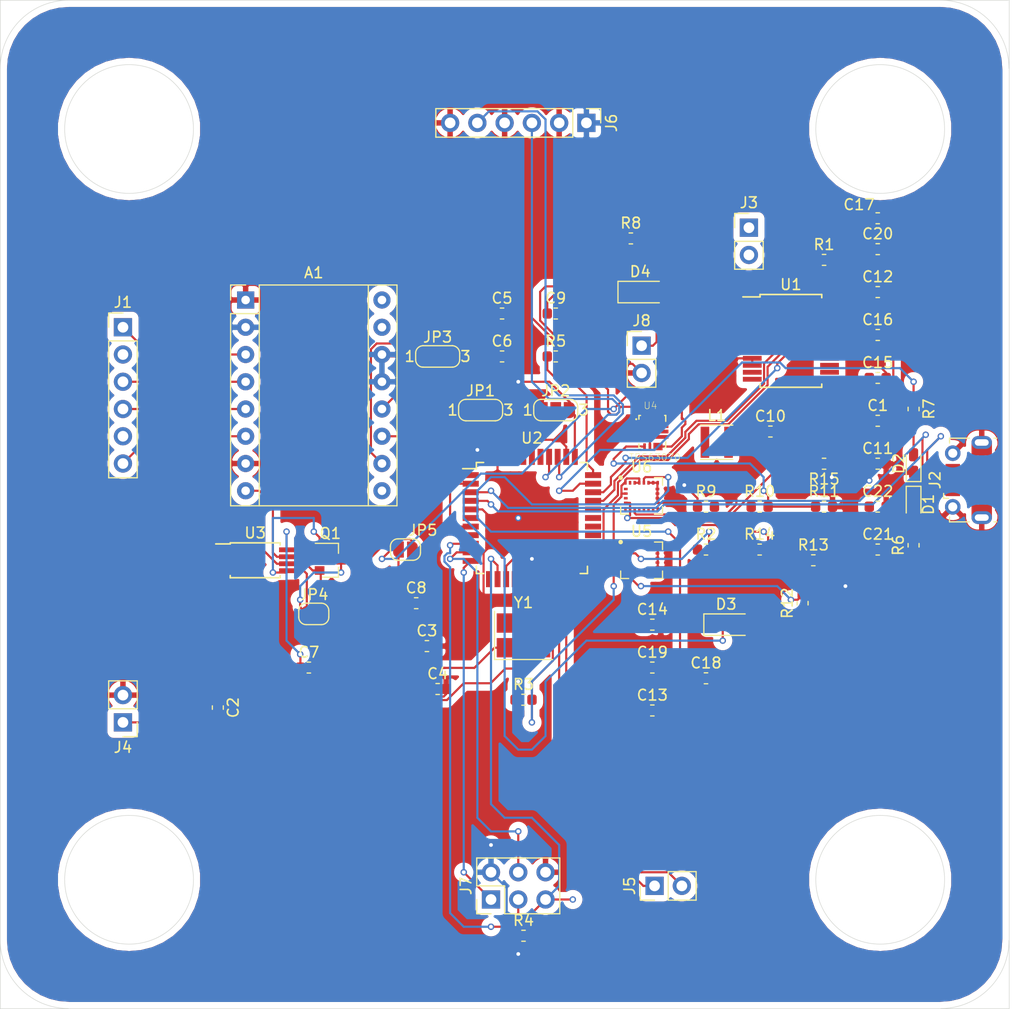
<source format=kicad_pcb>
(kicad_pcb (version 20171130) (host pcbnew "(5.1.5)-3")
  (layers (0 F.Cu signal) (1 In1.Cu power) (2 In2.Cu power) (31 B.Cu signal) (34 B.Paste user) (35 F.Paste user) (36 B.SilkS user) (37 F.SilkS user) (38 B.Mask user) (39 F.Mask user) (44 Edge.Cuts user))
  (net 0 "")
  (net 1 GND)
  (net 2 VDD)
  (net 3 +5V)
  (net 4 "Net-(C7-Pad1)")
  (net 5 +10V)
  (net 6 +3V3)
  (net 7 VBUS)
  (net 8 "Net-(J1-Pad2)")
  (net 9 "Net-(L1-Pad2)")
  (net 10 "Net-(R1-Pad2)")
  (net 11 /power/FB_3V3)
  (net 12 TX)
  (net 13 RX)
  (net 14 "Net-(U1-Pad17)")
  (net 15 "Net-(U1-Pad16)")
  (net 16 "Net-(U1-Pad15)")
  (net 17 "Net-(U1-Pad12)")
  (net 18 "Net-(U1-Pad11)")
  (net 19 "Net-(U2-Pad28)")
  (net 20 "Net-(U2-Pad27)")
  (net 21 "Net-(U2-Pad26)")
  (net 22 "Net-(U2-Pad22)")
  (net 23 SCK)
  (net 24 MISO)
  (net 25 MOSI)
  (net 26 "Net-(U2-Pad8)")
  (net 27 "Net-(U2-Pad1)")
  (net 28 PWMA)
  (net 29 AIN2)
  (net 30 AIN1)
  (net 31 PWMB)
  (net 32 AO2)
  (net 33 AO1)
  (net 34 DIR)
  (net 35 +15V)
  (net 36 STEP)
  (net 37 2B)
  (net 38 2A)
  (net 39 MS3)
  (net 40 1A)
  (net 41 MS2)
  (net 42 1B)
  (net 43 MS1)
  (net 44 "Net-(A1-Pad9)")
  (net 45 "Net-(C3-Pad1)")
  (net 46 "Net-(C4-Pad1)")
  (net 47 "Net-(C5-Pad1)")
  (net 48 "Net-(C6-Pad1)")
  (net 49 "Net-(C10-Pad1)")
  (net 50 "Net-(C13-Pad1)")
  (net 51 "Net-(C14-Pad1)")
  (net 52 "Net-(C18-Pad1)")
  (net 53 "Net-(C19-Pad1)")
  (net 54 "Net-(D1-Pad2)")
  (net 55 "Net-(D2-Pad2)")
  (net 56 "Net-(D4-Pad2)")
  (net 57 "Net-(J1-Pad5)")
  (net 58 D+)
  (net 59 D-)
  (net 60 A2)
  (net 61 A1)
  (net 62 RST)
  (net 63 "Net-(JP4-Pad1)")
  (net 64 "Net-(L1-Pad1)")
  (net 65 "Net-(Q1-Pad1)")
  (net 66 SCL)
  (net 67 SDA)
  (net 68 "Net-(R5-Pad1)")
  (net 69 13)
  (net 70 "Net-(R8-Pad1)")
  (net 71 "Net-(R9-Pad2)")
  (net 72 "Net-(R12-Pad2)")
  (net 73 "Net-(R13-Pad2)")
  (net 74 "Net-(R14-Pad2)")
  (net 75 "Net-(R15-Pad2)")
  (net 76 "Net-(U1-Pad8)")
  (net 77 "Net-(U1-Pad7)")
  (net 78 "Net-(U2-Pad29)")
  (net 79 "Net-(U3-Pad2)")
  (net 80 "Net-(U5-Pad13)")
  (net 81 "Net-(U5-Pad12)")
  (net 82 "Net-(U5-Pad11)")
  (net 83 "Net-(U5-Pad10)")
  (net 84 "Net-(U5-Pad9)")
  (net 85 "Net-(U6-Pad13)")
  (net 86 "Net-(U6-Pad12)")
  (net 87 "Net-(U6-Pad11)")
  (net 88 "Net-(U6-Pad10)")
  (net 89 "Net-(U6-Pad9)")
  (net 90 "Net-(U2-Pad41)")
  (net 91 "Net-(U2-Pad40)")
  (net 92 "Net-(U2-Pad39)")
  (net 93 "Net-(U2-Pad38)")
  (net 94 "Net-(J2-Pad4)")
  (module Connector_USB:USB_Micro-B_Molex-105017-0001 (layer F.Cu) (at 185.4525 95.52 90)
    (fp_text reference J2 (at 0 -3.1125 90) (layer F.SilkS))
    (fp_text value USB_B_Micro)
    (pad 6 smd rect (at -2.9 1.2375 90) (size 1.2 1.9) (layers F.Cu F.Mask) (net 1 GND))
    (pad 6 smd rect (at 2.9 1.2375 90) (size 1.2 1.9) (layers F.Cu F.Mask) (net 1 GND))
    (pad 6 thru_hole oval (at 3.5 1.2375 90) (size 1.2 1.9) (drill oval 0.6 1.3) (layers *.Cu *.Mask) (net 1 GND))
    (pad 6 thru_hole oval (at -3.5 1.2375 270) (size 1.2 1.9) (drill oval 0.6 1.3) (layers *.Cu *.Mask) (net 1 GND))
    (pad 6 smd rect (at -1 1.2375 90) (size 1.5 1.9) (layers F.Cu F.Paste F.Mask) (net 1 GND))
    (pad 6 thru_hole circle (at 2.5 -1.4625 90) (size 1.45 1.45) (drill 0.85) (layers *.Cu *.Mask) (net 1 GND))
    (pad 3 smd rect (at 0 -1.4625 90) (size 0.4 1.35) (layers F.Cu F.Paste F.Mask) (net 58 D+))
    (pad 4 smd rect (at 0.65 -1.4625 90) (size 0.4 1.35) (layers F.Cu F.Paste F.Mask) (net 94 "Net-(J2-Pad4)"))
    (pad 5 smd rect (at 1.3 -1.4625 90) (size 0.4 1.35) (layers F.Cu F.Paste F.Mask) (net 1 GND))
    (pad 1 smd rect (at -1.3 -1.4625 90) (size 0.4 1.35) (layers F.Cu F.Paste F.Mask) (net 7 VBUS))
    (pad 2 smd rect (at -0.65 -1.4625 90) (size 0.4 1.35) (layers F.Cu F.Paste F.Mask) (net 59 D-))
    (pad 6 thru_hole circle (at -2.5 -1.4625 90) (size 1.45 1.45) (drill 0.85) (layers *.Cu *.Mask) (net 1 GND))
    (pad 6 smd rect (at 1 1.2375 90) (size 1.5 1.9) (layers F.Cu F.Paste F.Mask) (net 1 GND))
  )
  (module Crystal:Crystal_SMD_3225-4Pin_3.2x2.5mm_HandSoldering (layer F.Cu) (at 144 110)
    (fp_text reference Y1 (at 0 -3.05) (layer F.SilkS))
    (fp_text value 8MHz)
    (pad 4 smd rect (at -1.45 -1.15) (size 2.1 1.8) (layers F.Cu F.Paste F.Mask))
    (pad 3 smd rect (at 1.45 -1.15) (size 2.1 1.8) (layers F.Cu F.Paste F.Mask))
    (pad 2 smd rect (at 1.45 1.15) (size 2.1 1.8) (layers F.Cu F.Paste F.Mask) (net 45 "Net-(C3-Pad1)"))
    (pad 1 smd rect (at -1.45 1.15) (size 2.1 1.8) (layers F.Cu F.Paste F.Mask) (net 46 "Net-(C4-Pad1)"))
  )
  (module Package_LGA:LGA-24L_3x3.5mm_P0.43mm (layer F.Cu) (at 155 97)
    (fp_text reference U6 (at 0 -2.7) (layer F.SilkS))
    (fp_text value LSM9DS1)
    (pad 13 smd rect (at 1.505 1.225) (size 0.23 0.35) (layers F.Cu F.Paste F.Mask) (net 85 "Net-(U6-Pad13)"))
    (pad 12 smd rect (at 1.075 1.225) (size 0.23 0.35) (layers F.Cu F.Paste F.Mask) (net 86 "Net-(U6-Pad12)"))
    (pad 11 smd rect (at 0.645 1.225) (size 0.23 0.35) (layers F.Cu F.Paste F.Mask) (net 87 "Net-(U6-Pad11)"))
    (pad 10 smd rect (at 0.215 1.225) (size 0.23 0.35) (layers F.Cu F.Paste F.Mask) (net 88 "Net-(U6-Pad10)"))
    (pad 9 smd rect (at -0.215 1.225) (size 0.23 0.35) (layers F.Cu F.Paste F.Mask) (net 89 "Net-(U6-Pad9)"))
    (pad 8 smd rect (at -0.645 1.225) (size 0.23 0.35) (layers F.Cu F.Paste F.Mask) (net 75 "Net-(R15-Pad2)"))
    (pad 7 smd rect (at -1.075 1.225) (size 0.23 0.35) (layers F.Cu F.Paste F.Mask) (net 74 "Net-(R14-Pad2)"))
    (pad 6 smd rect (at -1.505 1.225) (size 0.23 0.35) (layers F.Cu F.Paste F.Mask) (net 75 "Net-(R15-Pad2)"))
    (pad 18 smd rect (at 1.505 -1.225) (size 0.23 0.35) (layers F.Cu F.Paste F.Mask) (net 1 GND))
    (pad 19 smd rect (at 1.075 -1.225) (size 0.23 0.35) (layers F.Cu F.Paste F.Mask) (net 1 GND))
    (pad 20 smd rect (at 0.645 -1.225) (size 0.23 0.35) (layers F.Cu F.Paste F.Mask) (net 1 GND))
    (pad 21 smd rect (at 0.215 -1.225) (size 0.23 0.35) (layers F.Cu F.Paste F.Mask) (net 52 "Net-(C18-Pad1)"))
    (pad 22 smd rect (at -0.215 -1.225) (size 0.23 0.35) (layers F.Cu F.Paste F.Mask) (net 6 +3V3))
    (pad 23 smd rect (at -0.645 -1.225) (size 0.23 0.35) (layers F.Cu F.Paste F.Mask) (net 6 +3V3))
    (pad 24 smd rect (at -1.075 -1.225) (size 0.23 0.35) (layers F.Cu F.Paste F.Mask) (net 53 "Net-(C19-Pad1)"))
    (pad 14 smd rect (at 1.475 0.645) (size 0.35 0.23) (layers F.Cu F.Paste F.Mask) (net 1 GND))
    (pad 5 smd rect (at -1.475 0.645) (size 0.35 0.23) (layers F.Cu F.Paste F.Mask) (net 74 "Net-(R14-Pad2)"))
    (pad 15 smd rect (at 1.475 0.215) (size 0.35 0.23) (layers F.Cu F.Paste F.Mask) (net 1 GND))
    (pad 4 smd rect (at -1.475 0.215) (size 0.35 0.23) (layers F.Cu F.Paste F.Mask) (net 67 SDA))
    (pad 16 smd rect (at 1.475 -0.215) (size 0.35 0.23) (layers F.Cu F.Paste F.Mask) (net 1 GND))
    (pad 3 smd rect (at -1.475 -0.215) (size 0.35 0.23) (layers F.Cu F.Paste F.Mask) (net 6 +3V3))
    (pad 17 smd rect (at 1.475 -0.645) (size 0.35 0.23) (layers F.Cu F.Paste F.Mask) (net 1 GND))
    (pad 2 smd rect (at -1.475 -0.645) (size 0.35 0.23) (layers F.Cu F.Paste F.Mask) (net 66 SCL))
    (pad 1 smd rect (at -1.505 -1.225) (size 0.23 0.35) (layers F.Cu F.Paste F.Mask) (net 6 +3V3))
  )
  (module Package_LGA:LGA-24L_3x3.5mm_P0.43mm (layer F.Cu) (at 155 103)
    (fp_text reference U5 (at 0 -2.7) (layer F.SilkS))
    (fp_text value LSM9DS1)
    (pad 13 smd rect (at 1.505 1.225) (size 0.23 0.35) (layers F.Cu F.Paste F.Mask) (net 80 "Net-(U5-Pad13)"))
    (pad 12 smd rect (at 1.075 1.225) (size 0.23 0.35) (layers F.Cu F.Paste F.Mask) (net 81 "Net-(U5-Pad12)"))
    (pad 11 smd rect (at 0.645 1.225) (size 0.23 0.35) (layers F.Cu F.Paste F.Mask) (net 82 "Net-(U5-Pad11)"))
    (pad 10 smd rect (at 0.215 1.225) (size 0.23 0.35) (layers F.Cu F.Paste F.Mask) (net 83 "Net-(U5-Pad10)"))
    (pad 9 smd rect (at -0.215 1.225) (size 0.23 0.35) (layers F.Cu F.Paste F.Mask) (net 84 "Net-(U5-Pad9)"))
    (pad 8 smd rect (at -0.645 1.225) (size 0.23 0.35) (layers F.Cu F.Paste F.Mask) (net 73 "Net-(R13-Pad2)"))
    (pad 7 smd rect (at -1.075 1.225) (size 0.23 0.35) (layers F.Cu F.Paste F.Mask) (net 72 "Net-(R12-Pad2)"))
    (pad 6 smd rect (at -1.505 1.225) (size 0.23 0.35) (layers F.Cu F.Paste F.Mask) (net 1 GND))
    (pad 18 smd rect (at 1.505 -1.225) (size 0.23 0.35) (layers F.Cu F.Paste F.Mask) (net 1 GND))
    (pad 19 smd rect (at 1.075 -1.225) (size 0.23 0.35) (layers F.Cu F.Paste F.Mask) (net 1 GND))
    (pad 20 smd rect (at 0.645 -1.225) (size 0.23 0.35) (layers F.Cu F.Paste F.Mask) (net 1 GND))
    (pad 21 smd rect (at 0.215 -1.225) (size 0.23 0.35) (layers F.Cu F.Paste F.Mask) (net 50 "Net-(C13-Pad1)"))
    (pad 22 smd rect (at -0.215 -1.225) (size 0.23 0.35) (layers F.Cu F.Paste F.Mask) (net 6 +3V3))
    (pad 23 smd rect (at -0.645 -1.225) (size 0.23 0.35) (layers F.Cu F.Paste F.Mask) (net 6 +3V3))
    (pad 24 smd rect (at -1.075 -1.225) (size 0.23 0.35) (layers F.Cu F.Paste F.Mask) (net 51 "Net-(C14-Pad1)"))
    (pad 14 smd rect (at 1.475 0.645) (size 0.35 0.23) (layers F.Cu F.Paste F.Mask) (net 1 GND))
    (pad 5 smd rect (at -1.475 0.645) (size 0.35 0.23) (layers F.Cu F.Paste F.Mask) (net 1 GND))
    (pad 15 smd rect (at 1.475 0.215) (size 0.35 0.23) (layers F.Cu F.Paste F.Mask) (net 1 GND))
    (pad 4 smd rect (at -1.475 0.215) (size 0.35 0.23) (layers F.Cu F.Paste F.Mask) (net 67 SDA))
    (pad 16 smd rect (at 1.475 -0.215) (size 0.35 0.23) (layers F.Cu F.Paste F.Mask) (net 1 GND))
    (pad 3 smd rect (at -1.475 -0.215) (size 0.35 0.23) (layers F.Cu F.Paste F.Mask) (net 6 +3V3))
    (pad 17 smd rect (at 1.475 -0.645) (size 0.35 0.23) (layers F.Cu F.Paste F.Mask) (net 1 GND))
    (pad 2 smd rect (at -1.475 -0.645) (size 0.35 0.23) (layers F.Cu F.Paste F.Mask) (net 66 SCL))
    (pad 1 smd rect (at -1.505 -1.225) (size 0.23 0.35) (layers F.Cu F.Paste F.Mask) (net 6 +3V3))
  )
  (module main:Texas_PowerVFQFN_15 (layer F.Cu) (at 156 91)
    (fp_text reference U4 (at -0.175192 -2.41723) (layer F.SilkS) (effects (font (size 0.642881 0.642881) (thickness 0.05))))
    (fp_text value TPS63070 (at 0.233243 2.4064) (layer F.SilkS) (effects (font (size 0.643424 0.643424) (thickness 0.05))))
    (pad 10 smd rect (at 0.6 0) (size 1.8 0.35) (layers F.Cu F.Paste F.Mask) (net 1 GND))
    (pad 9 smd rect (at 0.775 0.5) (size 1.45 0.35) (layers F.Cu F.Paste F.Mask) (net 64 "Net-(L1-Pad1)"))
    (pad 11 smd rect (at 0.775 -0.5) (size 1.45 0.35) (layers F.Cu F.Paste F.Mask) (net 9 "Net-(L1-Pad2)"))
    (pad 78 smd rect (at 0.525 1.4) (size 0.85 0.7) (layers F.Cu F.Paste F.Mask) (net 6 +3V3))
    (pad 1213 smd rect (at 0.525 -1.4) (size 0.85 0.7) (layers F.Cu F.Paste F.Mask) (net 2 VDD))
    (pad 6 smd rect (at -0.225 1.4 90) (size 0.6 0.25) (layers F.Cu F.Paste F.Mask) (net 1 GND))
    (pad 5 smd rect (at -0.725 1.4 90) (size 0.6 0.25) (layers F.Cu F.Paste F.Mask) (net 11 /power/FB_3V3))
    (pad 14 smd rect (at -0.225 -1.4 90) (size 0.6 0.25) (layers F.Cu F.Paste F.Mask) (net 70 "Net-(R8-Pad1)"))
    (pad 15 smd rect (at -0.725 -1.4 90) (size 0.6 0.25) (layers F.Cu F.Paste F.Mask) (net 1 GND))
    (pad 4 smd rect (at -1.15 0.75) (size 0.6 0.25) (layers F.Cu F.Paste F.Mask) (net 1 GND))
    (pad 3 smd rect (at -1.15 0.25) (size 0.6 0.25) (layers F.Cu F.Paste F.Mask) (net 49 "Net-(C10-Pad1)"))
    (pad 2 smd rect (at -1.15 -0.25) (size 0.6 0.25) (layers F.Cu F.Paste F.Mask) (net 71 "Net-(R9-Pad2)"))
    (pad 1 smd rect (at -1.15 -0.75) (size 0.6 0.25) (layers F.Cu F.Paste F.Mask) (net 70 "Net-(R8-Pad1)"))
  )
  (module Package_SO:TSSOP-8_4.4x3mm_P0.65mm (layer F.Cu) (at 119 103)
    (fp_text reference U3 (at 0 -2.55) (layer F.SilkS))
    (fp_text value TPS2412PW)
    (pad 8 smd rect (at 2.95 -0.975) (size 1.45 0.45) (layers F.Cu F.Paste F.Mask) (net 4 "Net-(C7-Pad1)"))
    (pad 7 smd rect (at 2.95 -0.325) (size 1.45 0.45) (layers F.Cu F.Paste F.Mask) (net 35 +15V))
    (pad 6 smd rect (at 2.95 0.325) (size 1.45 0.45) (layers F.Cu F.Paste F.Mask) (net 63 "Net-(JP4-Pad1)"))
    (pad 5 smd rect (at 2.95 0.975) (size 1.45 0.45) (layers F.Cu F.Paste F.Mask) (net 65 "Net-(Q1-Pad1)"))
    (pad 4 smd rect (at -2.95 0.975) (size 1.45 0.45) (layers F.Cu F.Paste F.Mask) (net 1 GND))
    (pad 3 smd rect (at -2.95 0.325) (size 1.45 0.45) (layers F.Cu F.Paste F.Mask) (net 1 GND))
    (pad 2 smd rect (at -2.95 -0.325) (size 1.45 0.45) (layers F.Cu F.Paste F.Mask) (net 79 "Net-(U3-Pad2)"))
    (pad 1 smd rect (at -2.95 -0.975) (size 1.45 0.45) (layers F.Cu F.Paste F.Mask) (net 63 "Net-(JP4-Pad1)"))
  )
  (module Package_QFP:TQFP-44_10x10mm_P0.8mm (layer F.Cu) (at 144.78 99.06)
    (fp_text reference U2 (at 0 -7.45) (layer F.SilkS))
    (fp_text value ATmega32U4-AU)
    (pad 44 smd rect (at -4 -5.7 90) (size 1.5 0.55) (layers F.Cu F.Paste F.Mask) (net 6 +3V3))
    (pad 43 smd rect (at -3.2 -5.7 90) (size 1.5 0.55) (layers F.Cu F.Paste F.Mask) (net 1 GND))
    (pad 42 smd rect (at -2.4 -5.7 90) (size 1.5 0.55) (layers F.Cu F.Paste F.Mask) (net 47 "Net-(C5-Pad1)"))
    (pad 41 smd rect (at -1.6 -5.7 90) (size 1.5 0.55) (layers F.Cu F.Paste F.Mask) (net 90 "Net-(U2-Pad41)"))
    (pad 40 smd rect (at -0.8 -5.7 90) (size 1.5 0.55) (layers F.Cu F.Paste F.Mask) (net 91 "Net-(U2-Pad40)"))
    (pad 39 smd rect (at 0 -5.7 90) (size 1.5 0.55) (layers F.Cu F.Paste F.Mask) (net 92 "Net-(U2-Pad39)"))
    (pad 38 smd rect (at 0.8 -5.7 90) (size 1.5 0.55) (layers F.Cu F.Paste F.Mask) (net 93 "Net-(U2-Pad38)"))
    (pad 37 smd rect (at 1.6 -5.7 90) (size 1.5 0.55) (layers F.Cu F.Paste F.Mask) (net 61 A1))
    (pad 36 smd rect (at 2.4 -5.7 90) (size 1.5 0.55) (layers F.Cu F.Paste F.Mask) (net 60 A2))
    (pad 35 smd rect (at 3.2 -5.7 90) (size 1.5 0.55) (layers F.Cu F.Paste F.Mask) (net 1 GND))
    (pad 34 smd rect (at 4 -5.7 90) (size 1.5 0.55) (layers F.Cu F.Paste F.Mask) (net 6 +3V3))
    (pad 33 smd rect (at 5.7 -4) (size 1.5 0.55) (layers F.Cu F.Paste F.Mask) (net 68 "Net-(R5-Pad1)"))
    (pad 32 smd rect (at 5.7 -3.2) (size 1.5 0.55) (layers F.Cu F.Paste F.Mask) (net 69 13))
    (pad 31 smd rect (at 5.7 -2.4) (size 1.5 0.55) (layers F.Cu F.Paste F.Mask) (net 30 AIN1))
    (pad 30 smd rect (at 5.7 -1.6) (size 1.5 0.55) (layers F.Cu F.Paste F.Mask) (net 28 PWMA))
    (pad 29 smd rect (at 5.7 -0.8) (size 1.5 0.55) (layers F.Cu F.Paste F.Mask) (net 78 "Net-(U2-Pad29)"))
    (pad 28 smd rect (at 5.7 0) (size 1.5 0.55) (layers F.Cu F.Paste F.Mask) (net 19 "Net-(U2-Pad28)"))
    (pad 27 smd rect (at 5.7 0.8) (size 1.5 0.55) (layers F.Cu F.Paste F.Mask) (net 20 "Net-(U2-Pad27)"))
    (pad 26 smd rect (at 5.7 1.6) (size 1.5 0.55) (layers F.Cu F.Paste F.Mask) (net 21 "Net-(U2-Pad26)"))
    (pad 25 smd rect (at 5.7 2.4) (size 1.5 0.55) (layers F.Cu F.Paste F.Mask) (net 29 AIN2))
    (pad 24 smd rect (at 5.7 3.2) (size 1.5 0.55) (layers F.Cu F.Paste F.Mask) (net 6 +3V3))
    (pad 23 smd rect (at 5.7 4) (size 1.5 0.55) (layers F.Cu F.Paste F.Mask) (net 1 GND))
    (pad 22 smd rect (at 4 5.7 90) (size 1.5 0.55) (layers F.Cu F.Paste F.Mask) (net 22 "Net-(U2-Pad22)"))
    (pad 21 smd rect (at 3.2 5.7 90) (size 1.5 0.55) (layers F.Cu F.Paste F.Mask) (net 12 TX))
    (pad 20 smd rect (at 2.4 5.7 90) (size 1.5 0.55) (layers F.Cu F.Paste F.Mask) (net 13 RX))
    (pad 19 smd rect (at 1.6 5.7 90) (size 1.5 0.55) (layers F.Cu F.Paste F.Mask) (net 67 SDA))
    (pad 18 smd rect (at 0.8 5.7 90) (size 1.5 0.55) (layers F.Cu F.Paste F.Mask) (net 66 SCL))
    (pad 17 smd rect (at 0 5.7 90) (size 1.5 0.55) (layers F.Cu F.Paste F.Mask) (net 45 "Net-(C3-Pad1)"))
    (pad 16 smd rect (at -0.8 5.7 90) (size 1.5 0.55) (layers F.Cu F.Paste F.Mask) (net 46 "Net-(C4-Pad1)"))
    (pad 15 smd rect (at -1.6 5.7 90) (size 1.5 0.55) (layers F.Cu F.Paste F.Mask) (net 1 GND))
    (pad 14 smd rect (at -2.4 5.7 90) (size 1.5 0.55) (layers F.Cu F.Paste F.Mask) (net 6 +3V3))
    (pad 13 smd rect (at -3.2 5.7 90) (size 1.5 0.55) (layers F.Cu F.Paste F.Mask) (net 62 RST))
    (pad 12 smd rect (at -4 5.7 90) (size 1.5 0.55) (layers F.Cu F.Paste F.Mask) (net 31 PWMB))
    (pad 11 smd rect (at -5.7 4) (size 1.5 0.55) (layers F.Cu F.Paste F.Mask) (net 24 MISO))
    (pad 10 smd rect (at -5.7 3.2) (size 1.5 0.55) (layers F.Cu F.Paste F.Mask) (net 25 MOSI))
    (pad 9 smd rect (at -5.7 2.4) (size 1.5 0.55) (layers F.Cu F.Paste F.Mask) (net 23 SCK))
    (pad 8 smd rect (at -5.7 1.6) (size 1.5 0.55) (layers F.Cu F.Paste F.Mask) (net 26 "Net-(U2-Pad8)"))
    (pad 7 smd rect (at -5.7 0.8) (size 1.5 0.55) (layers F.Cu F.Paste F.Mask) (net 3 +5V))
    (pad 6 smd rect (at -5.7 0) (size 1.5 0.55) (layers F.Cu F.Paste F.Mask) (net 48 "Net-(C6-Pad1)"))
    (pad 5 smd rect (at -5.7 -0.8) (size 1.5 0.55) (layers F.Cu F.Paste F.Mask) (net 1 GND))
    (pad 4 smd rect (at -5.7 -1.6) (size 1.5 0.55) (layers F.Cu F.Paste F.Mask) (net 58 D+))
    (pad 3 smd rect (at -5.7 -2.4) (size 1.5 0.55) (layers F.Cu F.Paste F.Mask) (net 59 D-))
    (pad 2 smd rect (at -5.7 -3.2) (size 1.5 0.55) (layers F.Cu F.Paste F.Mask) (net 3 +5V))
    (pad 1 smd rect (at -5.7 -4) (size 1.5 0.55) (layers F.Cu F.Paste F.Mask) (net 27 "Net-(U2-Pad1)"))
  )
  (module Package_SO:SSOP-24_5.3x8.2mm_P0.65mm (layer F.Cu) (at 168.91 82.55)
    (fp_text reference U1 (at 0 -5.25) (layer F.SilkS))
    (fp_text value TB6612FNG)
    (pad 24 smd rect (at 3.6 -3.575) (size 1.75 0.45) (layers F.Cu F.Paste F.Mask) (net 5 +10V))
    (pad 23 smd rect (at 3.6 -2.925) (size 1.75 0.45) (layers F.Cu F.Paste F.Mask) (net 28 PWMA))
    (pad 22 smd rect (at 3.6 -2.275) (size 1.75 0.45) (layers F.Cu F.Paste F.Mask) (net 29 AIN2))
    (pad 21 smd rect (at 3.6 -1.625) (size 1.75 0.45) (layers F.Cu F.Paste F.Mask) (net 30 AIN1))
    (pad 20 smd rect (at 3.6 -0.975) (size 1.75 0.45) (layers F.Cu F.Paste F.Mask) (net 6 +3V3))
    (pad 19 smd rect (at 3.6 -0.325) (size 1.75 0.45) (layers F.Cu F.Paste F.Mask) (net 10 "Net-(R1-Pad2)"))
    (pad 18 smd rect (at 3.6 0.325) (size 1.75 0.45) (layers F.Cu F.Paste F.Mask) (net 1 GND))
    (pad 17 smd rect (at 3.6 0.975) (size 1.75 0.45) (layers F.Cu F.Paste F.Mask) (net 14 "Net-(U1-Pad17)"))
    (pad 16 smd rect (at 3.6 1.625) (size 1.75 0.45) (layers F.Cu F.Paste F.Mask) (net 15 "Net-(U1-Pad16)"))
    (pad 15 smd rect (at 3.6 2.275) (size 1.75 0.45) (layers F.Cu F.Paste F.Mask) (net 16 "Net-(U1-Pad15)"))
    (pad 14 smd rect (at 3.6 2.925) (size 1.75 0.45) (layers F.Cu F.Paste F.Mask) (net 5 +10V))
    (pad 13 smd rect (at 3.6 3.575) (size 1.75 0.45) (layers F.Cu F.Paste F.Mask) (net 5 +10V))
    (pad 12 smd rect (at -3.6 3.575) (size 1.75 0.45) (layers F.Cu F.Paste F.Mask) (net 17 "Net-(U1-Pad12)"))
    (pad 11 smd rect (at -3.6 2.925) (size 1.75 0.45) (layers F.Cu F.Paste F.Mask) (net 18 "Net-(U1-Pad11)"))
    (pad 10 smd rect (at -3.6 2.275) (size 1.75 0.45) (layers F.Cu F.Paste F.Mask) (net 1 GND))
    (pad 9 smd rect (at -3.6 1.625) (size 1.75 0.45) (layers F.Cu F.Paste F.Mask) (net 1 GND))
    (pad 8 smd rect (at -3.6 0.975) (size 1.75 0.45) (layers F.Cu F.Paste F.Mask) (net 76 "Net-(U1-Pad8)"))
    (pad 7 smd rect (at -3.6 0.325) (size 1.75 0.45) (layers F.Cu F.Paste F.Mask) (net 77 "Net-(U1-Pad7)"))
    (pad 6 smd rect (at -3.6 -0.325) (size 1.75 0.45) (layers F.Cu F.Paste F.Mask) (net 32 AO2))
    (pad 5 smd rect (at -3.6 -0.975) (size 1.75 0.45) (layers F.Cu F.Paste F.Mask) (net 32 AO2))
    (pad 4 smd rect (at -3.6 -1.625) (size 1.75 0.45) (layers F.Cu F.Paste F.Mask) (net 1 GND))
    (pad 3 smd rect (at -3.6 -2.275) (size 1.75 0.45) (layers F.Cu F.Paste F.Mask) (net 1 GND))
    (pad 2 smd rect (at -3.6 -2.925) (size 1.75 0.45) (layers F.Cu F.Paste F.Mask) (net 33 AO1))
    (pad 1 smd rect (at -3.6 -3.575) (size 1.75 0.45) (layers F.Cu F.Paste F.Mask) (net 33 AO1))
  )
  (module Resistor_SMD:R_0603_1608Metric (layer F.Cu) (at 172 94 180)
    (fp_text reference R15 (at 0 -1.43) (layer F.SilkS))
    (fp_text value 10k)
    (pad 2 smd roundrect (at 0.7875 0 180) (size 0.875 0.95) (layers F.Cu F.Paste F.Mask) (net 75 "Net-(R15-Pad2)"))
    (pad 1 smd roundrect (at -0.7875 0 180) (size 0.875 0.95) (layers F.Cu F.Paste F.Mask) (net 6 +3V3))
  )
  (module Resistor_SMD:R_0603_1608Metric (layer F.Cu) (at 166 102)
    (fp_text reference R14 (at 0 -1.43) (layer F.SilkS))
    (fp_text value 10k)
    (pad 2 smd roundrect (at 0.7875 0) (size 0.875 0.95) (layers F.Cu F.Paste F.Mask) (net 74 "Net-(R14-Pad2)"))
    (pad 1 smd roundrect (at -0.7875 0) (size 0.875 0.95) (layers F.Cu F.Paste F.Mask) (net 6 +3V3))
  )
  (module Resistor_SMD:R_0603_1608Metric (layer F.Cu) (at 171 103)
    (fp_text reference R13 (at 0 -1.43) (layer F.SilkS))
    (fp_text value 10k)
    (pad 2 smd roundrect (at 0.7875 0) (size 0.875 0.95) (layers F.Cu F.Paste F.Mask) (net 73 "Net-(R13-Pad2)"))
    (pad 1 smd roundrect (at -0.7875 0) (size 0.875 0.95) (layers F.Cu F.Paste F.Mask) (net 6 +3V3))
  )
  (module Resistor_SMD:R_0603_1608Metric (layer F.Cu) (at 170 107 90)
    (fp_text reference R12 (at 0 -1.43 90) (layer F.SilkS))
    (fp_text value 10k)
    (pad 2 smd roundrect (at 0.7875 0 90) (size 0.875 0.95) (layers F.Cu F.Paste F.Mask) (net 72 "Net-(R12-Pad2)"))
    (pad 1 smd roundrect (at -0.7875 0 90) (size 0.875 0.95) (layers F.Cu F.Paste F.Mask) (net 6 +3V3))
  )
  (module Resistor_SMD:R_0603_1608Metric (layer F.Cu) (at 172 98)
    (fp_text reference R11 (at 0 -1.43) (layer F.SilkS))
    (fp_text value 150k)
    (pad 2 smd roundrect (at 0.7875 0) (size 0.875 0.95) (layers F.Cu F.Paste F.Mask) (net 1 GND))
    (pad 1 smd roundrect (at -0.7875 0) (size 0.875 0.95) (layers F.Cu F.Paste F.Mask) (net 11 /power/FB_3V3))
  )
  (module Resistor_SMD:R_0603_1608Metric (layer F.Cu) (at 166 98)
    (fp_text reference R10 (at 0 -1.43) (layer F.SilkS))
    (fp_text value 470k)
    (pad 2 smd roundrect (at 0.7875 0) (size 0.875 0.95) (layers F.Cu F.Paste F.Mask) (net 11 /power/FB_3V3))
    (pad 1 smd roundrect (at -0.7875 0) (size 0.875 0.95) (layers F.Cu F.Paste F.Mask) (net 6 +3V3))
  )
  (module Resistor_SMD:R_0603_1608Metric (layer F.Cu) (at 161 98)
    (fp_text reference R9 (at 0 -1.43) (layer F.SilkS))
    (fp_text value 100k)
    (pad 2 smd roundrect (at 0.7875 0) (size 0.875 0.95) (layers F.Cu F.Paste F.Mask) (net 71 "Net-(R9-Pad2)"))
    (pad 1 smd roundrect (at -0.7875 0) (size 0.875 0.95) (layers F.Cu F.Paste F.Mask) (net 6 +3V3))
  )
  (module Resistor_SMD:R_0603_1608Metric (layer F.Cu) (at 154 73)
    (fp_text reference R8 (at 0 -1.43) (layer F.SilkS))
    (fp_text value 10k)
    (pad 2 smd roundrect (at 0.7875 0) (size 0.875 0.95) (layers F.Cu F.Paste F.Mask) (net 2 VDD))
    (pad 1 smd roundrect (at -0.7875 0) (size 0.875 0.95) (layers F.Cu F.Paste F.Mask) (net 70 "Net-(R8-Pad1)"))
  )
  (module Resistor_SMD:R_0603_1608Metric (layer F.Cu) (at 180.34 88.9 270)
    (fp_text reference R7 (at 0 -1.43 90) (layer F.SilkS))
    (fp_text value 470R)
    (pad 2 smd roundrect (at 0.7875 0 270) (size 0.875 0.95) (layers F.Cu F.Paste F.Mask) (net 55 "Net-(D2-Pad2)"))
    (pad 1 smd roundrect (at -0.7875 0 270) (size 0.875 0.95) (layers F.Cu F.Paste F.Mask) (net 69 13))
  )
  (module Resistor_SMD:R_0603_1608Metric (layer F.Cu) (at 180.34 101.6 90)
    (fp_text reference R6 (at 0 -1.43 90) (layer F.SilkS))
    (fp_text value 470R)
    (pad 2 smd roundrect (at 0.7875 0 90) (size 0.875 0.95) (layers F.Cu F.Paste F.Mask) (net 54 "Net-(D1-Pad2)"))
    (pad 1 smd roundrect (at -0.7875 0 90) (size 0.875 0.95) (layers F.Cu F.Paste F.Mask) (net 6 +3V3))
  )
  (module Resistor_SMD:R_0603_1608Metric (layer F.Cu) (at 147 84)
    (fp_text reference R5 (at 0 -1.43) (layer F.SilkS))
    (fp_text value 10k)
    (pad 2 smd roundrect (at 0.7875 0) (size 0.875 0.95) (layers F.Cu F.Paste F.Mask) (net 1 GND))
    (pad 1 smd roundrect (at -0.7875 0) (size 0.875 0.95) (layers F.Cu F.Paste F.Mask) (net 68 "Net-(R5-Pad1)"))
  )
  (module Resistor_SMD:R_0603_1608Metric (layer F.Cu) (at 144 138)
    (fp_text reference R4 (at 0 -1.43) (layer F.SilkS))
    (fp_text value 10K)
    (pad 2 smd roundrect (at 0.7875 0) (size 0.875 0.95) (layers F.Cu F.Paste F.Mask) (net 62 RST))
    (pad 1 smd roundrect (at -0.7875 0) (size 0.875 0.95) (layers F.Cu F.Paste F.Mask) (net 6 +3V3))
  )
  (module Resistor_SMD:R_0603_1608Metric (layer F.Cu) (at 144 116)
    (fp_text reference R3 (at 0 -1.43) (layer F.SilkS))
    (fp_text value 4k7)
    (pad 2 smd roundrect (at 0.7875 0) (size 0.875 0.95) (layers F.Cu F.Paste F.Mask) (net 67 SDA))
    (pad 1 smd roundrect (at -0.7875 0) (size 0.875 0.95) (layers F.Cu F.Paste F.Mask) (net 6 +3V3))
  )
  (module Resistor_SMD:R_0603_1608Metric (layer F.Cu) (at 161 102)
    (fp_text reference R2 (at 0 -1.43) (layer F.SilkS))
    (fp_text value 4k7)
    (pad 2 smd roundrect (at 0.7875 0) (size 0.875 0.95) (layers F.Cu F.Paste F.Mask) (net 66 SCL))
    (pad 1 smd roundrect (at -0.7875 0) (size 0.875 0.95) (layers F.Cu F.Paste F.Mask) (net 6 +3V3))
  )
  (module Resistor_SMD:R_0603_1608Metric (layer F.Cu) (at 172 75)
    (fp_text reference R1 (at 0 -1.43) (layer F.SilkS))
    (fp_text value 10k)
    (pad 2 smd roundrect (at 0.7875 0) (size 0.875 0.95) (layers F.Cu F.Paste F.Mask) (net 10 "Net-(R1-Pad2)"))
    (pad 1 smd roundrect (at -0.7875 0) (size 0.875 0.95) (layers F.Cu F.Paste F.Mask) (net 6 +3V3))
  )
  (module Package_TO_SOT_SMD:SOT-23 (layer F.Cu) (at 126 103)
    (fp_text reference Q1 (at 0 -2.5) (layer F.SilkS))
    (fp_text value PMV20ENR)
    (pad 3 smd rect (at 1 0) (size 0.9 0.8) (layers F.Cu F.Paste F.Mask) (net 63 "Net-(JP4-Pad1)"))
    (pad 2 smd rect (at -1 0.95) (size 0.9 0.8) (layers F.Cu F.Paste F.Mask) (net 35 +15V))
    (pad 1 smd rect (at -1 -0.95) (size 0.9 0.8) (layers F.Cu F.Paste F.Mask) (net 65 "Net-(Q1-Pad1)"))
  )
  (module Inductor_SMD:L_Taiyo-Yuden_NR-30xx (layer F.Cu) (at 162 92)
    (fp_text reference L1 (at 0 -2.5) (layer F.SilkS))
    (fp_text value 1u5)
    (pad 2 smd rect (at 1.1 0) (size 0.8 2.9) (layers F.Cu F.Paste F.Mask) (net 9 "Net-(L1-Pad2)"))
    (pad 1 smd rect (at -1.1 0) (size 0.8 2.9) (layers F.Cu F.Paste F.Mask) (net 64 "Net-(L1-Pad1)"))
  )
  (module Jumper:SolderJumper-2_P1.3mm_Open_RoundedPad1.0x1.5mm (layer F.Cu) (at 133 102)
    (fp_text reference JP5 (at 1.62 -1.8) (layer F.SilkS))
    (fp_text value Jumper2)
    (pad 2 smd custom (at 0.65 0) (size 1 0.5) (layers F.Cu F.Mask) (net 63 "Net-(JP4-Pad1)") (options (clearance outline) (anchor rect)) (primitives (gr_circle (center 0 0.25) (end 0.5 0.25) (width 0)) (gr_circle (center 0 -0.25) (end 0.5 -0.25) (width 0)) (gr_poly (pts (xy 0 -0.75) (xy -0.5 -0.75) (xy -0.5 0.75) (xy 0 0.75)) (width 0))))
    (pad 1 smd custom (at -0.65 0) (size 1 0.5) (layers F.Cu F.Mask) (net 2 VDD) (options (clearance outline) (anchor rect)) (primitives (gr_circle (center 0 0.25) (end 0.5 0.25) (width 0)) (gr_circle (center 0 -0.25) (end 0.5 -0.25) (width 0)) (gr_poly (pts (xy 0 -0.75) (xy 0.5 -0.75) (xy 0.5 0.75) (xy 0 0.75)) (width 0))))
  )
  (module Jumper:SolderJumper-2_P1.3mm_Open_RoundedPad1.0x1.5mm (layer F.Cu) (at 124.46 108)
    (fp_text reference JP4 (at 0 -1.8) (layer F.SilkS))
    (fp_text value Jumper1)
    (pad 2 smd custom (at 0.65 0) (size 1 0.5) (layers F.Cu F.Mask) (net 35 +15V) (options (clearance outline) (anchor rect)) (primitives (gr_circle (center 0 0.25) (end 0.5 0.25) (width 0)) (gr_circle (center 0 -0.25) (end 0.5 -0.25) (width 0)) (gr_poly (pts (xy 0 -0.75) (xy -0.5 -0.75) (xy -0.5 0.75) (xy 0 0.75)) (width 0))))
    (pad 1 smd custom (at -0.65 0) (size 1 0.5) (layers F.Cu F.Mask) (net 63 "Net-(JP4-Pad1)") (options (clearance outline) (anchor rect)) (primitives (gr_circle (center 0 0.25) (end 0.5 0.25) (width 0)) (gr_circle (center 0 -0.25) (end 0.5 -0.25) (width 0)) (gr_poly (pts (xy 0 -0.75) (xy 0.5 -0.75) (xy 0.5 0.75) (xy 0 0.75)) (width 0))))
  )
  (module Jumper:SolderJumper-3_P1.3mm_Open_RoundedPad1.0x1.5mm_NumberLabels (layer F.Cu) (at 136 84)
    (fp_text reference JP3 (at 0 -1.8) (layer F.SilkS))
    (fp_text value MS1)
    (fp_text user 1 (at -2.6 0) (layer F.SilkS))
    (fp_text user 3 (at 2.6 0) (layer F.SilkS))
    (pad 2 smd rect (at 0 0) (size 1 1.5) (layers F.Cu F.Mask) (net 43 MS1))
    (pad 3 smd custom (at 1.3 0) (size 1 0.5) (layers F.Cu F.Mask) (net 1 GND) (options (clearance outline) (anchor rect)) (primitives (gr_circle (center 0 0.25) (end 0.5 0.25) (width 0)) (gr_circle (center 0 -0.25) (end 0.5 -0.25) (width 0)) (gr_poly (pts (xy -0.55 -0.75) (xy 0 -0.75) (xy 0 0.75) (xy -0.55 0.75)) (width 0))))
    (pad 1 smd custom (at -1.3 0) (size 1 0.5) (layers F.Cu F.Mask) (net 6 +3V3) (options (clearance outline) (anchor rect)) (primitives (gr_circle (center 0 0.25) (end 0.5 0.25) (width 0)) (gr_circle (center 0 -0.25) (end 0.5 -0.25) (width 0)) (gr_poly (pts (xy 0.55 -0.75) (xy 0 -0.75) (xy 0 0.75) (xy 0.55 0.75)) (width 0))))
  )
  (module Jumper:SolderJumper-3_P1.3mm_Open_RoundedPad1.0x1.5mm_NumberLabels (layer F.Cu) (at 147 89)
    (fp_text reference JP2 (at 0 -1.8) (layer F.SilkS))
    (fp_text value MS2)
    (fp_text user 1 (at -2.6 0) (layer F.SilkS))
    (fp_text user 3 (at 2.6 0) (layer F.SilkS))
    (pad 2 smd rect (at 0 0) (size 1 1.5) (layers F.Cu F.Mask) (net 41 MS2))
    (pad 3 smd custom (at 1.3 0) (size 1 0.5) (layers F.Cu F.Mask) (net 6 +3V3) (options (clearance outline) (anchor rect)) (primitives (gr_circle (center 0 0.25) (end 0.5 0.25) (width 0)) (gr_circle (center 0 -0.25) (end 0.5 -0.25) (width 0)) (gr_poly (pts (xy -0.55 -0.75) (xy 0 -0.75) (xy 0 0.75) (xy -0.55 0.75)) (width 0))))
    (pad 1 smd custom (at -1.3 0) (size 1 0.5) (layers F.Cu F.Mask) (net 1 GND) (options (clearance outline) (anchor rect)) (primitives (gr_circle (center 0 0.25) (end 0.5 0.25) (width 0)) (gr_circle (center 0 -0.25) (end 0.5 -0.25) (width 0)) (gr_poly (pts (xy 0.55 -0.75) (xy 0 -0.75) (xy 0 0.75) (xy 0.55 0.75)) (width 0))))
  )
  (module Jumper:SolderJumper-3_P1.3mm_Open_RoundedPad1.0x1.5mm_NumberLabels (layer F.Cu) (at 140 89)
    (fp_text reference JP1 (at 0 -1.8) (layer F.SilkS))
    (fp_text value MS3)
    (fp_text user 1 (at -2.6 0) (layer F.SilkS))
    (fp_text user 3 (at 2.6 0) (layer F.SilkS))
    (pad 2 smd rect (at 0 0) (size 1 1.5) (layers F.Cu F.Mask) (net 39 MS3))
    (pad 3 smd custom (at 1.3 0) (size 1 0.5) (layers F.Cu F.Mask) (net 6 +3V3) (options (clearance outline) (anchor rect)) (primitives (gr_circle (center 0 0.25) (end 0.5 0.25) (width 0)) (gr_circle (center 0 -0.25) (end 0.5 -0.25) (width 0)) (gr_poly (pts (xy -0.55 -0.75) (xy 0 -0.75) (xy 0 0.75) (xy -0.55 0.75)) (width 0))))
    (pad 1 smd custom (at -1.3 0) (size 1 0.5) (layers F.Cu F.Mask) (net 1 GND) (options (clearance outline) (anchor rect)) (primitives (gr_circle (center 0 0.25) (end 0.5 0.25) (width 0)) (gr_circle (center 0 -0.25) (end 0.5 -0.25) (width 0)) (gr_poly (pts (xy 0.55 -0.75) (xy 0 -0.75) (xy 0 0.75) (xy 0.55 0.75)) (width 0))))
  )
  (module Connector_PinHeader_2.54mm:PinHeader_1x02_P2.54mm_Vertical (layer F.Cu) (at 155 83)
    (fp_text reference J8 (at 0 -2.33) (layer F.SilkS))
    (fp_text value "Separate LiPo")
    (pad 2 thru_hole oval (at 0 2.54) (size 1.7 1.7) (drill 1) (layers *.Cu *.Mask) (net 1 GND))
    (pad 1 thru_hole rect (at 0 0) (size 1.7 1.7) (drill 1) (layers *.Cu *.Mask) (net 56 "Net-(D4-Pad2)"))
  )
  (module Connector_PinHeader_2.54mm:PinHeader_2x03_P2.54mm_Vertical (layer F.Cu) (at 140.97 134.62 90)
    (fp_text reference J7 (at 1.27 -2.33 90) (layer F.SilkS))
    (fp_text value ICSP)
    (pad 6 thru_hole oval (at 2.54 5.08 90) (size 1.7 1.7) (drill 1) (layers *.Cu *.Mask) (net 1 GND))
    (pad 5 thru_hole oval (at 0 5.08 90) (size 1.7 1.7) (drill 1) (layers *.Cu *.Mask) (net 62 RST))
    (pad 4 thru_hole oval (at 2.54 2.54 90) (size 1.7 1.7) (drill 1) (layers *.Cu *.Mask) (net 25 MOSI))
    (pad 3 thru_hole oval (at 0 2.54 90) (size 1.7 1.7) (drill 1) (layers *.Cu *.Mask) (net 23 SCK))
    (pad 2 thru_hole oval (at 2.54 0 90) (size 1.7 1.7) (drill 1) (layers *.Cu *.Mask) (net 6 +3V3))
    (pad 1 thru_hole rect (at 0 0 90) (size 1.7 1.7) (drill 1) (layers *.Cu *.Mask) (net 24 MISO))
  )
  (module Connector_PinHeader_2.54mm:PinHeader_1x06_P2.54mm_Vertical (layer F.Cu) (at 149.86 62.23 270)
    (fp_text reference J6 (at 0 -2.33 90) (layer F.SilkS))
    (fp_text value Encoders)
    (pad 6 thru_hole oval (at 0 12.7 270) (size 1.7 1.7) (drill 1) (layers *.Cu *.Mask) (net 1 GND))
    (pad 5 thru_hole oval (at 0 10.16 270) (size 1.7 1.7) (drill 1) (layers *.Cu *.Mask) (net 60 A2))
    (pad 4 thru_hole oval (at 0 7.62 270) (size 1.7 1.7) (drill 1) (layers *.Cu *.Mask) (net 1 GND))
    (pad 3 thru_hole oval (at 0 5.08 270) (size 1.7 1.7) (drill 1) (layers *.Cu *.Mask) (net 61 A1))
    (pad 2 thru_hole oval (at 0 2.54 270) (size 1.7 1.7) (drill 1) (layers *.Cu *.Mask) (net 1 GND))
    (pad 1 thru_hole rect (at 0 0 270) (size 1.7 1.7) (drill 1) (layers *.Cu *.Mask) (net 6 +3V3))
  )
  (module Connector_PinHeader_2.54mm:PinHeader_1x02_P2.54mm_Vertical (layer F.Cu) (at 156.21 133.35 90)
    (fp_text reference J5 (at 0 -2.33 90) (layer F.SilkS))
    (fp_text value UART)
    (pad 2 thru_hole oval (at 0 2.54 90) (size 1.7 1.7) (drill 1) (layers *.Cu *.Mask) (net 12 TX))
    (pad 1 thru_hole rect (at 0 0 90) (size 1.7 1.7) (drill 1) (layers *.Cu *.Mask) (net 13 RX))
  )
  (module Connector_PinHeader_2.54mm:PinHeader_1x02_P2.54mm_Vertical (layer F.Cu) (at 106.68 118.11 180)
    (fp_text reference J4 (at 0 -2.33) (layer F.SilkS))
    (fp_text value LiPo)
    (pad 2 thru_hole oval (at 0 2.54 180) (size 1.7 1.7) (drill 1) (layers *.Cu *.Mask) (net 1 GND))
    (pad 1 thru_hole rect (at 0 0 180) (size 1.7 1.7) (drill 1) (layers *.Cu *.Mask) (net 35 +15V))
  )
  (module Connector_PinHeader_2.54mm:PinHeader_1x02_P2.54mm_Vertical (layer F.Cu) (at 165 72)
    (fp_text reference J3 (at 0 -2.33) (layer F.SilkS))
    (fp_text value "DC Motor")
    (pad 2 thru_hole oval (at 0 2.54) (size 1.7 1.7) (drill 1) (layers *.Cu *.Mask) (net 32 AO2))
    (pad 1 thru_hole rect (at 0 0) (size 1.7 1.7) (drill 1) (layers *.Cu *.Mask) (net 33 AO1))
  )
  (module Connector_PinHeader_2.54mm:PinHeader_1x06_P2.54mm_Vertical (layer F.Cu) (at 106.68 81.28)
    (fp_text reference J1 (at 0 -2.33) (layer F.SilkS))
    (fp_text value Stepper)
    (pad 6 thru_hole oval (at 0 12.7) (size 1.7 1.7) (drill 1) (layers *.Cu *.Mask) (net 37 2B))
    (pad 5 thru_hole oval (at 0 10.16) (size 1.7 1.7) (drill 1) (layers *.Cu *.Mask) (net 57 "Net-(J1-Pad5)"))
    (pad 4 thru_hole oval (at 0 7.62) (size 1.7 1.7) (drill 1) (layers *.Cu *.Mask) (net 38 2A))
    (pad 3 thru_hole oval (at 0 5.08) (size 1.7 1.7) (drill 1) (layers *.Cu *.Mask) (net 40 1A))
    (pad 2 thru_hole oval (at 0 2.54) (size 1.7 1.7) (drill 1) (layers *.Cu *.Mask) (net 8 "Net-(J1-Pad2)"))
    (pad 1 thru_hole rect (at 0 0) (size 1.7 1.7) (drill 1) (layers *.Cu *.Mask) (net 42 1B))
  )
  (module Diode_SMD:D_SOD-123F (layer F.Cu) (at 155 78)
    (fp_text reference D4 (at -0.127 -1.905) (layer F.SilkS))
    (fp_text value D_Schottky)
    (pad 2 smd rect (at 1.4 0) (size 1.1 1.1) (layers F.Cu F.Paste F.Mask) (net 56 "Net-(D4-Pad2)"))
    (pad 1 smd rect (at -1.4 0) (size 1.1 1.1) (layers F.Cu F.Paste F.Mask) (net 2 VDD))
  )
  (module Diode_SMD:D_SOD-123F (layer F.Cu) (at 163 109)
    (fp_text reference D3 (at -0.127 -1.905) (layer F.SilkS))
    (fp_text value D_Schottky)
    (pad 2 smd rect (at 1.4 0) (size 1.1 1.1) (layers F.Cu F.Paste F.Mask) (net 7 VBUS))
    (pad 1 smd rect (at -1.4 0) (size 1.1 1.1) (layers F.Cu F.Paste F.Mask) (net 2 VDD))
  )
  (module Diode_SMD:D_0603_1608Metric_Castellated (layer F.Cu) (at 180.34 93.98 90)
    (fp_text reference D2 (at 0 -1.38 90) (layer F.SilkS))
    (fp_text value "BLINK LED")
    (pad 2 smd roundrect (at 0.8125 0 90) (size 1.225 0.85) (layers F.Cu F.Paste F.Mask) (net 55 "Net-(D2-Pad2)"))
    (pad 1 smd roundrect (at -0.8125 0 90) (size 1.225 0.85) (layers F.Cu F.Paste F.Mask) (net 1 GND))
  )
  (module Diode_SMD:D_0603_1608Metric_Castellated (layer F.Cu) (at 180.34 97.79 270)
    (fp_text reference D1 (at 0 -1.38 90) (layer F.SilkS))
    (fp_text value "POWER LED")
    (pad 2 smd roundrect (at 0.8125 0 270) (size 1.225 0.85) (layers F.Cu F.Paste F.Mask) (net 54 "Net-(D1-Pad2)"))
    (pad 1 smd roundrect (at -0.8125 0 270) (size 1.225 0.85) (layers F.Cu F.Paste F.Mask) (net 1 GND))
  )
  (module Capacitor_SMD:C_0603_1608Metric (layer F.Cu) (at 177 98)
    (fp_text reference C22 (at 0 -1.43) (layer F.SilkS))
    (fp_text value 100n)
    (pad 2 smd roundrect (at 0.7875 0) (size 0.875 0.95) (layers F.Cu F.Paste F.Mask) (net 1 GND))
    (pad 1 smd roundrect (at -0.7875 0) (size 0.875 0.95) (layers F.Cu F.Paste F.Mask) (net 6 +3V3))
  )
  (module Capacitor_SMD:C_0603_1608Metric (layer F.Cu) (at 177 102)
    (fp_text reference C21 (at 0 -1.43) (layer F.SilkS))
    (fp_text value 100n)
    (pad 2 smd roundrect (at 0.7875 0) (size 0.875 0.95) (layers F.Cu F.Paste F.Mask) (net 1 GND))
    (pad 1 smd roundrect (at -0.7875 0) (size 0.875 0.95) (layers F.Cu F.Paste F.Mask) (net 6 +3V3))
  )
  (module Capacitor_SMD:C_0603_1608Metric (layer F.Cu) (at 177 74)
    (fp_text reference C20 (at 0 -1.43) (layer F.SilkS))
    (fp_text value 10u)
    (pad 2 smd roundrect (at 0.7875 0) (size 0.875 0.95) (layers F.Cu F.Paste F.Mask) (net 1 GND))
    (pad 1 smd roundrect (at -0.7875 0) (size 0.875 0.95) (layers F.Cu F.Paste F.Mask) (net 6 +3V3))
  )
  (module Capacitor_SMD:C_0603_1608Metric (layer F.Cu) (at 156 113)
    (fp_text reference C19 (at 0 -1.43) (layer F.SilkS))
    (fp_text value 100n)
    (pad 2 smd roundrect (at 0.7875 0) (size 0.875 0.95) (layers F.Cu F.Paste F.Mask) (net 1 GND))
    (pad 1 smd roundrect (at -0.7875 0) (size 0.875 0.95) (layers F.Cu F.Paste F.Mask) (net 53 "Net-(C19-Pad1)"))
  )
  (module Capacitor_SMD:C_0603_1608Metric (layer F.Cu) (at 161 114)
    (fp_text reference C18 (at 0 -1.43) (layer F.SilkS))
    (fp_text value 10n)
    (pad 2 smd roundrect (at 0.7875 0) (size 0.875 0.95) (layers F.Cu F.Paste F.Mask) (net 1 GND))
    (pad 1 smd roundrect (at -0.7875 0) (size 0.875 0.95) (layers F.Cu F.Paste F.Mask) (net 52 "Net-(C18-Pad1)"))
  )
  (module Capacitor_SMD:C_0603_1608Metric (layer F.Cu) (at 177 71.12)
    (fp_text reference C17 (at -1.74 -1.27) (layer F.SilkS))
    (fp_text value 100n)
    (pad 2 smd roundrect (at 0.7875 0) (size 0.875 0.95) (layers F.Cu F.Paste F.Mask) (net 1 GND))
    (pad 1 smd roundrect (at -0.7875 0) (size 0.875 0.95) (layers F.Cu F.Paste F.Mask) (net 6 +3V3))
  )
  (module Capacitor_SMD:C_0603_1608Metric (layer F.Cu) (at 177 82)
    (fp_text reference C16 (at 0 -1.43) (layer F.SilkS))
    (fp_text value 100n)
    (pad 2 smd roundrect (at 0.7875 0) (size 0.875 0.95) (layers F.Cu F.Paste F.Mask) (net 1 GND))
    (pad 1 smd roundrect (at -0.7875 0) (size 0.875 0.95) (layers F.Cu F.Paste F.Mask) (net 6 +3V3))
  )
  (module Capacitor_SMD:C_0603_1608Metric (layer F.Cu) (at 177 86)
    (fp_text reference C15 (at 0 -1.43) (layer F.SilkS))
    (fp_text value 10u)
    (pad 2 smd roundrect (at 0.7875 0) (size 0.875 0.95) (layers F.Cu F.Paste F.Mask) (net 1 GND))
    (pad 1 smd roundrect (at -0.7875 0) (size 0.875 0.95) (layers F.Cu F.Paste F.Mask) (net 6 +3V3))
  )
  (module Capacitor_SMD:C_0603_1608Metric (layer F.Cu) (at 156 109)
    (fp_text reference C14 (at 0 -1.43) (layer F.SilkS))
    (fp_text value 100n)
    (pad 2 smd roundrect (at 0.7875 0) (size 0.875 0.95) (layers F.Cu F.Paste F.Mask) (net 1 GND))
    (pad 1 smd roundrect (at -0.7875 0) (size 0.875 0.95) (layers F.Cu F.Paste F.Mask) (net 51 "Net-(C14-Pad1)"))
  )
  (module Capacitor_SMD:C_0603_1608Metric (layer F.Cu) (at 156 117)
    (fp_text reference C13 (at 0 -1.43) (layer F.SilkS))
    (fp_text value 10n)
    (pad 2 smd roundrect (at 0.7875 0) (size 0.875 0.95) (layers F.Cu F.Paste F.Mask) (net 1 GND))
    (pad 1 smd roundrect (at -0.7875 0) (size 0.875 0.95) (layers F.Cu F.Paste F.Mask) (net 50 "Net-(C13-Pad1)"))
  )
  (module Capacitor_SMD:C_0603_1608Metric (layer F.Cu) (at 177 78)
    (fp_text reference C12 (at 0 -1.43) (layer F.SilkS))
    (fp_text value 10u)
    (pad 2 smd roundrect (at 0.7875 0) (size 0.875 0.95) (layers F.Cu F.Paste F.Mask) (net 1 GND))
    (pad 1 smd roundrect (at -0.7875 0) (size 0.875 0.95) (layers F.Cu F.Paste F.Mask) (net 6 +3V3))
  )
  (module Capacitor_SMD:C_0603_1608Metric (layer F.Cu) (at 177 94)
    (fp_text reference C11 (at 0 -1.43) (layer F.SilkS))
    (fp_text value 10u)
    (pad 2 smd roundrect (at 0.7875 0) (size 0.875 0.95) (layers F.Cu F.Paste F.Mask) (net 1 GND))
    (pad 1 smd roundrect (at -0.7875 0) (size 0.875 0.95) (layers F.Cu F.Paste F.Mask) (net 6 +3V3))
  )
  (module Capacitor_SMD:C_0603_1608Metric (layer F.Cu) (at 167 91)
    (fp_text reference C10 (at 0 -1.43) (layer F.SilkS))
    (fp_text value 100n)
    (pad 2 smd roundrect (at 0.7875 0) (size 0.875 0.95) (layers F.Cu F.Paste F.Mask) (net 1 GND))
    (pad 1 smd roundrect (at -0.7875 0) (size 0.875 0.95) (layers F.Cu F.Paste F.Mask) (net 49 "Net-(C10-Pad1)"))
  )
  (module Capacitor_SMD:C_0603_1608Metric (layer F.Cu) (at 147 80)
    (fp_text reference C9 (at 0 -1.43) (layer F.SilkS))
    (fp_text value 10u)
    (pad 2 smd roundrect (at 0.7875 0) (size 0.875 0.95) (layers F.Cu F.Paste F.Mask) (net 1 GND))
    (pad 1 smd roundrect (at -0.7875 0) (size 0.875 0.95) (layers F.Cu F.Paste F.Mask) (net 2 VDD))
  )
  (module Capacitor_SMD:C_0603_1608Metric (layer F.Cu) (at 134 107)
    (fp_text reference C8 (at 0 -1.43) (layer F.SilkS))
    (fp_text value 10u)
    (pad 2 smd roundrect (at 0.7875 0) (size 0.875 0.95) (layers F.Cu F.Paste F.Mask) (net 1 GND))
    (pad 1 smd roundrect (at -0.7875 0) (size 0.875 0.95) (layers F.Cu F.Paste F.Mask) (net 2 VDD))
  )
  (module Capacitor_SMD:C_0603_1608Metric (layer F.Cu) (at 124 113)
    (fp_text reference C7 (at 0 -1.43) (layer F.SilkS))
    (fp_text value 2.2n)
    (pad 2 smd roundrect (at 0.7875 0) (size 0.875 0.95) (layers F.Cu F.Paste F.Mask) (net 35 +15V))
    (pad 1 smd roundrect (at -0.7875 0) (size 0.875 0.95) (layers F.Cu F.Paste F.Mask) (net 4 "Net-(C7-Pad1)"))
  )
  (module Capacitor_SMD:C_0603_1608Metric (layer F.Cu) (at 142 84)
    (fp_text reference C6 (at 0 -1.43) (layer F.SilkS))
    (fp_text value 1u)
    (pad 2 smd roundrect (at 0.7875 0) (size 0.875 0.95) (layers F.Cu F.Paste F.Mask) (net 1 GND))
    (pad 1 smd roundrect (at -0.7875 0) (size 0.875 0.95) (layers F.Cu F.Paste F.Mask) (net 48 "Net-(C6-Pad1)"))
  )
  (module Capacitor_SMD:C_0603_1608Metric (layer F.Cu) (at 142 80)
    (fp_text reference C5 (at 0 -1.43) (layer F.SilkS))
    (fp_text value 100n)
    (pad 2 smd roundrect (at 0.7875 0) (size 0.875 0.95) (layers F.Cu F.Paste F.Mask) (net 1 GND))
    (pad 1 smd roundrect (at -0.7875 0) (size 0.875 0.95) (layers F.Cu F.Paste F.Mask) (net 47 "Net-(C5-Pad1)"))
  )
  (module Capacitor_SMD:C_0603_1608Metric (layer F.Cu) (at 136 115)
    (fp_text reference C4 (at 0 -1.43) (layer F.SilkS))
    (fp_text value 33p)
    (pad 2 smd roundrect (at 0.7875 0) (size 0.875 0.95) (layers F.Cu F.Paste F.Mask) (net 1 GND))
    (pad 1 smd roundrect (at -0.7875 0) (size 0.875 0.95) (layers F.Cu F.Paste F.Mask) (net 46 "Net-(C4-Pad1)"))
  )
  (module Capacitor_SMD:C_0603_1608Metric (layer F.Cu) (at 135 111)
    (fp_text reference C3 (at 0 -1.43) (layer F.SilkS))
    (fp_text value 33p)
    (pad 2 smd roundrect (at 0.7875 0) (size 0.875 0.95) (layers F.Cu F.Paste F.Mask) (net 1 GND))
    (pad 1 smd roundrect (at -0.7875 0) (size 0.875 0.95) (layers F.Cu F.Paste F.Mask) (net 45 "Net-(C3-Pad1)"))
  )
  (module Capacitor_SMD:C_0603_1608Metric (layer F.Cu) (at 115.52 116.73 270)
    (fp_text reference C2 (at 0 -1.43 90) (layer F.SilkS))
    (fp_text value 47u)
    (pad 2 smd roundrect (at 0.7875 0 270) (size 0.875 0.95) (layers F.Cu F.Paste F.Mask) (net 35 +15V))
    (pad 1 smd roundrect (at -0.7875 0 270) (size 0.875 0.95) (layers F.Cu F.Paste F.Mask) (net 1 GND))
  )
  (module Capacitor_SMD:C_0603_1608Metric (layer F.Cu) (at 177 90)
    (fp_text reference C1 (at 0 -1.43) (layer F.SilkS))
    (fp_text value 10u)
    (pad 2 smd roundrect (at 0.7875 0) (size 0.875 0.95) (layers F.Cu F.Paste F.Mask) (net 1 GND))
    (pad 1 smd roundrect (at -0.7875 0) (size 0.875 0.95) (layers F.Cu F.Paste F.Mask) (net 6 +3V3))
  )
  (module Module:Pololu_Breakout-16_15.2x20.3mm (layer F.Cu) (at 118.11 78.74)
    (fp_text reference A1 (at 6.35 -2.54) (layer F.SilkS))
    (fp_text value Pololu_Breakout_A4988)
    (pad 16 thru_hole oval (at 12.7 0) (size 1.6 1.6) (drill 0.8) (layers *.Cu *.Mask) (net 34 DIR))
    (pad 8 thru_hole oval (at 0 17.78) (size 1.6 1.6) (drill 0.8) (layers *.Cu *.Mask) (net 35 +15V))
    (pad 15 thru_hole oval (at 12.7 2.54) (size 1.6 1.6) (drill 0.8) (layers *.Cu *.Mask) (net 36 STEP))
    (pad 7 thru_hole oval (at 0 15.24) (size 1.6 1.6) (drill 0.8) (layers *.Cu *.Mask) (net 1 GND))
    (pad 14 thru_hole oval (at 12.7 5.08) (size 1.6 1.6) (drill 0.8) (layers *.Cu *.Mask) (net 6 +3V3))
    (pad 6 thru_hole oval (at 0 12.7) (size 1.6 1.6) (drill 0.8) (layers *.Cu *.Mask) (net 37 2B))
    (pad 13 thru_hole oval (at 12.7 7.62) (size 1.6 1.6) (drill 0.8) (layers *.Cu *.Mask) (net 6 +3V3))
    (pad 5 thru_hole oval (at 0 10.16) (size 1.6 1.6) (drill 0.8) (layers *.Cu *.Mask) (net 38 2A))
    (pad 12 thru_hole oval (at 12.7 10.16) (size 1.6 1.6) (drill 0.8) (layers *.Cu *.Mask) (net 39 MS3))
    (pad 4 thru_hole oval (at 0 7.62) (size 1.6 1.6) (drill 0.8) (layers *.Cu *.Mask) (net 40 1A))
    (pad 11 thru_hole oval (at 12.7 12.7) (size 1.6 1.6) (drill 0.8) (layers *.Cu *.Mask) (net 41 MS2))
    (pad 3 thru_hole oval (at 0 5.08) (size 1.6 1.6) (drill 0.8) (layers *.Cu *.Mask) (net 42 1B))
    (pad 10 thru_hole oval (at 12.7 15.24) (size 1.6 1.6) (drill 0.8) (layers *.Cu *.Mask) (net 43 MS1))
    (pad 2 thru_hole oval (at 0 2.54) (size 1.6 1.6) (drill 0.8) (layers *.Cu *.Mask) (net 6 +3V3))
    (pad 9 thru_hole oval (at 12.7 17.78) (size 1.6 1.6) (drill 0.8) (layers *.Cu *.Mask) (net 44 "Net-(A1-Pad9)"))
    (pad 1 thru_hole rect (at 0 0) (size 1.6 1.6) (drill 0.8) (layers *.Cu *.Mask) (net 1 GND))
  )
  (gr_arc (start 182.88 57.15) (end 189.23 57.15) (angle -90) (layer Edge.Cuts) (width 0.05))
  (gr_arc (start 101.6 57.15) (end 101.6 50.8) (angle -90) (layer Edge.Cuts) (width 0.05))
  (gr_arc (start 101.6 138.43) (end 95.25 138.43) (angle -90) (layer Edge.Cuts) (width 0.05))
  (gr_line (start 189.25 144.8) (end 95.25 144.8) (layer Edge.Cuts) (width 0.05))
  (gr_line (start 189.25 144.8) (end 189.25 50.8) (layer Edge.Cuts) (width 0.05))
  (gr_arc (start 182.88 138.43) (end 182.88 144.78) (angle -90) (layer Edge.Cuts) (width 0.05))
  (gr_circle (center 177.23 132.78) (end 183.23 132.78) (layer Edge.Cuts) (width 0.05))
  (gr_circle (center 107.25 132.78) (end 113.25 132.78) (layer Edge.Cuts) (width 0.05))
  (gr_circle (center 177.23 62.8) (end 183.23 62.8) (layer Edge.Cuts) (width 0.05))
  (gr_line (start 95.25 50.8) (end 189.25 50.8) (layer Edge.Cuts) (width 0.05))
  (gr_circle (center 107.25 62.8) (end 113.25 62.8) (layer Edge.Cuts) (width 0.05))
  (gr_line (start 95.25 50.8) (end 95.25 144.8) (layer Edge.Cuts) (width 0.05))
  (via (at 168.91 106.68) (size 0.6) (drill 0.35) (layers F.Cu B.Cu) (net 72))
  (via (at 154.94 105.41) (size 0.6) (drill 0.35) (layers F.Cu B.Cu) (net 72))
  (via (at 140.97 97.79) (size 0.6) (drill 0.35) (layers F.Cu B.Cu) (net 58))
  (segment (start 143.18 104.76) (end 143.18 106.35) (width 0.2) (layer F.Cu) (net 1))
  (segment (start 141.58 93.36) (end 141.58 94.64) (width 0.2) (layer F.Cu) (net 1))
  (segment (start 156.39 95.775) (end 156.075 95.775) (width 0.2) (layer F.Cu) (net 1))
  (segment (start 156.475 95.86) (end 156.39 95.775) (width 0.2) (layer F.Cu) (net 1))
  (segment (start 156.475 97.645) (end 156.475 95.86) (width 0.2) (layer F.Cu) (net 1))
  (segment (start 155.645 95.775) (end 156.075 95.775) (width 0.2) (layer F.Cu) (net 1))
  (segment (start 149.134012 103.455988) (end 149.53 103.06) (width 0.2) (layer F.Cu) (net 1))
  (segment (start 149.53 103.06) (end 150.48 103.06) (width 0.2) (layer F.Cu) (net 1))
  (segment (start 143.534012 103.455988) (end 149.134012 103.455988) (width 0.2) (layer F.Cu) (net 1))
  (segment (start 143.18 103.81) (end 143.534012 103.455988) (width 0.2) (layer F.Cu) (net 1))
  (segment (start 143.18 104.76) (end 143.18 103.81) (width 0.2) (layer F.Cu) (net 1))
  (segment (start 153.525 104.195) (end 153.495 104.225) (width 0.2) (layer F.Cu) (net 1))
  (segment (start 153.525 103.645) (end 153.525 104.195) (width 0.2) (layer F.Cu) (net 1))
  (segment (start 153.495 104.225) (end 153.495 105.235) (width 0.2) (layer F.Cu) (net 1))
  (segment (start 136.56049 115.70201) (end 134.75201 115.70201) (width 0.2) (layer F.Cu) (net 1))
  (segment (start 136.7875 115) (end 136.7875 115.475) (width 0.2) (layer F.Cu) (net 1))
  (segment (start 136.7875 115.475) (end 136.56049 115.70201) (width 0.2) (layer F.Cu) (net 1))
  (segment (start 134.88549 113.572049) (end 135.07705 113.38049) (width 0.2) (layer F.Cu) (net 1))
  (segment (start 134.88549 114.03451) (end 134.88549 113.572049) (width 0.2) (layer F.Cu) (net 1))
  (segment (start 134.54799 114.37201) (end 134.88549 114.03451) (width 0.2) (layer F.Cu) (net 1))
  (segment (start 134.75201 115.70201) (end 134.54799 115.49799) (width 0.2) (layer F.Cu) (net 1))
  (segment (start 134.54799 115.49799) (end 134.54799 114.37201) (width 0.2) (layer F.Cu) (net 1))
  (segment (start 135.7875 112.67004) (end 135.7875 111) (width 0.2) (layer F.Cu) (net 1))
  (segment (start 135.07705 113.38049) (end 135.7875 112.67004) (width 0.2) (layer F.Cu) (net 1))
  (segment (start 155.645 101.775) (end 156.505 101.775) (width 0.2) (layer F.Cu) (net 1))
  (segment (start 156.505 103.615) (end 156.475 103.645) (width 0.2) (layer F.Cu) (net 1))
  (segment (start 156.505 101.775) (end 156.505 103.615) (width 0.2) (layer F.Cu) (net 1))
  (segment (start 156.475 103.645) (end 158.255 103.645) (width 0.2) (layer F.Cu) (net 1))
  (segment (start 165.31 84.175) (end 162.915 84.175) (width 0.2) (layer F.Cu) (net 1))
  (segment (start 162.915 84.175) (end 162.56 83.82) (width 0.2) (layer F.Cu) (net 1))
  (segment (start 165.31 84.825) (end 165.31 84.175) (width 0.2) (layer F.Cu) (net 1))
  (segment (start 165.31 80.925) (end 165.31 80.275) (width 0.2) (layer F.Cu) (net 1))
  (segment (start 165.31 80.925) (end 161.645 80.925) (width 0.2) (layer F.Cu) (net 1))
  (segment (start 155.775 92.4) (end 155.775 91.9) (width 0.2) (layer F.Cu) (net 1))
  (segment (start 155.775 91.9) (end 155.747999 91.872999) (width 0.2) (layer F.Cu) (net 1))
  (segment (start 155.625 91.75) (end 154.85 91.75) (width 0.2) (layer F.Cu) (net 1))
  (segment (start 155.775 91.9) (end 155.625 91.75) (width 0.2) (layer F.Cu) (net 1))
  (segment (start 154.85 91.75) (end 152.71 91.75) (width 0.2) (layer F.Cu) (net 1))
  (segment (start 163.83 97.79) (end 163.195 98.425) (width 0.2) (layer F.Cu) (net 1))
  (segment (start 163.83 97.79) (end 163.83 96.52) (width 0.2) (layer F.Cu) (net 1))
  (segment (start 177.8 96.52) (end 177.7875 96.5325) (width 0.2) (layer F.Cu) (net 1))
  (segment (start 177.7875 96.5325) (end 177.7875 98) (width 0.2) (layer F.Cu) (net 1))
  (segment (start 172.7875 98) (end 173.78 98) (width 0.2) (layer F.Cu) (net 1))
  (segment (start 175.26 96.52) (end 177.8 96.52) (width 0.4) (layer F.Cu) (net 1))
  (segment (start 173.78 98) (end 175.26 96.52) (width 0.2) (layer F.Cu) (net 1))
  (segment (start 142.222989 91.767011) (end 147.337011 91.767011) (width 0.2) (layer F.Cu) (net 1))
  (segment (start 147.98 92.41) (end 147.98 93.36) (width 0.2) (layer F.Cu) (net 1))
  (segment (start 147.337011 91.767011) (end 147.98 92.41) (width 0.2) (layer F.Cu) (net 1))
  (segment (start 141.58 92.41) (end 142.222989 91.767011) (width 0.2) (layer F.Cu) (net 1))
  (segment (start 141.58 93.36) (end 141.58 92.41) (width 0.2) (layer F.Cu) (net 1))
  (segment (start 139.08 98.26) (end 140.17 98.26) (width 0.2) (layer F.Cu) (net 1))
  (segment (start 140.17 98.26) (end 140.97 99.06) (width 0.2) (layer F.Cu) (net 1))
  (segment (start 140.97 99.06) (end 142.24 99.06) (width 0.2) (layer F.Cu) (net 1))
  (segment (start 142.24 99.06) (end 142.24 95.25) (width 0.2) (layer F.Cu) (net 1))
  (segment (start 142.19 95.25) (end 141.58 94.64) (width 0.2) (layer F.Cu) (net 1))
  (segment (start 142.24 95.25) (end 142.19 95.25) (width 0.2) (layer F.Cu) (net 1))
  (via (at 143.51 99.06) (size 0.6) (drill 0.35) (layers F.Cu B.Cu) (net 1))
  (segment (start 140.277999 102.292001) (end 140.277999 106.102001) (width 0.2) (layer F.Cu) (net 1))
  (segment (start 143.51 99.06) (end 140.277999 102.292001) (width 0.2) (layer F.Cu) (net 1))
  (segment (start 139.38 107) (end 134.7875 107) (width 0.2) (layer F.Cu) (net 1))
  (segment (start 140.277999 106.102001) (end 139.38 107) (width 0.2) (layer F.Cu) (net 1))
  (segment (start 147.7875 80.4775) (end 147.7875 80) (width 0.2) (layer F.Cu) (net 1))
  (segment (start 152.000001 84.690001) (end 147.7875 80.4775) (width 0.2) (layer F.Cu) (net 1))
  (segment (start 155 85.54) (end 154.150001 84.690001) (width 0.2) (layer F.Cu) (net 1))
  (segment (start 154.150001 84.690001) (end 152.000001 84.690001) (width 0.2) (layer F.Cu) (net 1))
  (segment (start 155.625 91.25) (end 155.625 91.75) (width 0.2) (layer F.Cu) (net 1))
  (segment (start 155.875 91) (end 155.625 91.25) (width 0.2) (layer F.Cu) (net 1))
  (segment (start 156.6 91) (end 155.875 91) (width 0.2) (layer F.Cu) (net 1))
  (segment (start 155.275 89.6) (end 154.24 89.6) (width 0.2) (layer F.Cu) (net 1))
  (segment (start 154.24 89.6) (end 153.67 90.17) (width 0.2) (layer F.Cu) (net 1))
  (segment (start 153.67 90.17) (end 151.13 92.71) (width 0.2) (layer F.Cu) (net 1))
  (segment (start 147.7875 84) (end 147.7875 83.411486) (width 0.2) (layer F.Cu) (net 1))
  (segment (start 144.376014 80) (end 142.7875 80) (width 0.2) (layer F.Cu) (net 1))
  (segment (start 147.7875 83.411486) (end 144.376014 80) (width 0.2) (layer F.Cu) (net 1))
  (segment (start 159.674924 99.06) (end 158.259924 97.645) (width 0.2) (layer F.Cu) (net 1))
  (segment (start 158.259924 97.645) (end 156.85 97.645) (width 0.2) (layer F.Cu) (net 1))
  (segment (start 163.83 97.79) (end 162.56 99.06) (width 0.2) (layer F.Cu) (net 1))
  (segment (start 156.85 97.645) (end 156.475 97.645) (width 0.2) (layer F.Cu) (net 1))
  (segment (start 162.56 99.06) (end 159.674924 99.06) (width 0.2) (layer F.Cu) (net 1))
  (segment (start 172.51 82.875) (end 171.125 82.875) (width 0.2) (layer F.Cu) (net 1))
  (segment (start 171.125 82.875) (end 170.18 83.82) (width 0.2) (layer F.Cu) (net 1))
  (segment (start 177.7875 86) (end 177.7875 86.3475) (width 0.2) (layer F.Cu) (net 1))
  (segment (start 173.585 82.875) (end 175.8 85.09) (width 0.2) (layer F.Cu) (net 1))
  (segment (start 172.51 82.875) (end 173.585 82.875) (width 0.2) (layer F.Cu) (net 1))
  (segment (start 177.7875 85.525) (end 177.7875 86) (width 0.2) (layer F.Cu) (net 1))
  (segment (start 177.3525 85.09) (end 177.7875 85.525) (width 0.2) (layer F.Cu) (net 1))
  (segment (start 175.8 85.09) (end 177.3525 85.09) (width 0.2) (layer F.Cu) (net 1))
  (segment (start 167.7875 91) (end 173.55 91) (width 0.2) (layer F.Cu) (net 1))
  (segment (start 173.55 91) (end 173.99 91.44) (width 0.2) (layer F.Cu) (net 1))
  (segment (start 173.225 98) (end 172.7875 98) (width 0.2) (layer F.Cu) (net 1))
  (segment (start 173.99 97.235) (end 173.225 98) (width 0.2) (layer F.Cu) (net 1))
  (segment (start 173.99 91.44) (end 173.99 97.235) (width 0.5) (layer F.Cu) (net 1))
  (via (at 172.72 95.25) (size 0.6) (drill 0.35) (layers F.Cu B.Cu) (net 6))
  (via (at 157.48 100.33) (size 0.6) (drill 0.35) (layers F.Cu B.Cu) (net 52))
  (via (at 157.48 95.25) (size 0.6) (drill 0.35) (layers F.Cu B.Cu) (net 52))
  (via (at 139.7 92.71) (size 0.6) (drill 0.35) (layers F.Cu B.Cu) (net 6))
  (via (at 162.56 110.49) (size 0.6) (drill 0.35) (layers F.Cu B.Cu) (net 2))
  (via (at 182.88 91.44) (size 0.6) (drill 0.35) (layers F.Cu B.Cu) (net 58))
  (via (at 130.81 102.87) (size 0.6) (drill 0.35) (layers F.Cu B.Cu) (net 2))
  (segment (start 146.2125 80) (end 146.2125 78.9025) (width 0.2) (layer F.Cu) (net 2))
  (segment (start 147.115 78) (end 153.6 78) (width 0.2) (layer F.Cu) (net 2))
  (segment (start 146.2125 78.9025) (end 147.115 78) (width 0.2) (layer F.Cu) (net 2))
  (segment (start 132.35 106.575) (end 132.35 102.747592) (width 0.2) (layer F.Cu) (net 2))
  (segment (start 132.775 107) (end 132.35 106.575) (width 0.2) (layer F.Cu) (net 2))
  (segment (start 132.35 102.747592) (end 132.35 102) (width 0.2) (layer F.Cu) (net 2))
  (segment (start 133.2125 107) (end 132.775 107) (width 0.2) (layer F.Cu) (net 2))
  (segment (start 131.68 102) (end 130.81 102.87) (width 0.2) (layer F.Cu) (net 2))
  (segment (start 132.35 102) (end 131.68 102) (width 0.2) (layer F.Cu) (net 2))
  (segment (start 130.81 102.87) (end 132.08 102.87) (width 0.2) (layer B.Cu) (net 2))
  (segment (start 154.7875 73.475) (end 154.7875 73) (width 0.2) (layer F.Cu) (net 2))
  (segment (start 154.7875 77.5625) (end 154.7875 73.475) (width 0.2) (layer F.Cu) (net 2))
  (segment (start 154.35 78) (end 154.7875 77.5625) (width 0.2) (layer F.Cu) (net 2))
  (segment (start 153.6 78) (end 154.35 78) (width 0.2) (layer F.Cu) (net 2))
  (segment (start 162.56 110.065736) (end 162.56 110.49) (width 0.2) (layer F.Cu) (net 2))
  (segment (start 162.56 109.21) (end 162.56 110.065736) (width 0.2) (layer F.Cu) (net 2))
  (segment (start 162.35 109) (end 162.56 109.21) (width 0.2) (layer F.Cu) (net 2))
  (segment (start 161.6 109) (end 162.35 109) (width 0.2) (layer F.Cu) (net 2))
  (segment (start 162.56 110.49) (end 149.86 110.49) (width 0.2) (layer B.Cu) (net 2))
  (segment (start 149.86 110.49) (end 146.05 114.3) (width 0.2) (layer B.Cu) (net 2))
  (segment (start 146.05 114.3) (end 146.05 119.38) (width 0.2) (layer B.Cu) (net 2))
  (segment (start 146.05 119.38) (end 144.78 120.65) (width 0.2) (layer B.Cu) (net 2))
  (segment (start 144.78 120.65) (end 143.51 120.65) (width 0.2) (layer B.Cu) (net 2))
  (segment (start 143.51 120.65) (end 142.24 119.38) (width 0.2) (layer B.Cu) (net 2))
  (segment (start 142.24 119.38) (end 142.24 102.87) (width 0.2) (layer B.Cu) (net 2))
  (segment (start 142.24 102.87) (end 138.43 99.06) (width 0.2) (layer B.Cu) (net 2))
  (segment (start 138.43 99.06) (end 138.43 96.52) (width 0.2) (layer B.Cu) (net 2))
  (segment (start 132.08 102.87) (end 138.43 96.52) (width 0.2) (layer B.Cu) (net 2))
  (via (at 152.4 88.9) (size 0.6) (drill 0.35) (layers F.Cu B.Cu) (net 2))
  (segment (start 140.02701 94.92299) (end 143.83701 94.92299) (width 0.2) (layer B.Cu) (net 2))
  (segment (start 138.43 96.52) (end 140.02701 94.92299) (width 0.2) (layer B.Cu) (net 2))
  (segment (start 143.83701 94.92299) (end 149.86 88.9) (width 0.2) (layer B.Cu) (net 2))
  (segment (start 149.86 88.9) (end 151.975736 88.9) (width 0.2) (layer B.Cu) (net 2))
  (segment (start 151.975736 88.9) (end 152.4 88.9) (width 0.2) (layer B.Cu) (net 2))
  (segment (start 156.525 89.05) (end 156.525 89.6) (width 0.2) (layer F.Cu) (net 2))
  (segment (start 152.4 88.9) (end 153.6 87.7) (width 0.2) (layer F.Cu) (net 2))
  (segment (start 153.6 87.7) (end 156.14 87.7) (width 0.2) (layer F.Cu) (net 2))
  (segment (start 156.525 88.085) (end 156.525 89.6) (width 0.2) (layer F.Cu) (net 2))
  (segment (start 156.14 87.7) (end 156.525 88.085) (width 0.2) (layer F.Cu) (net 2))
  (segment (start 157.177001 87.432999) (end 157.177001 77.268399) (width 0.2) (layer F.Cu) (net 2))
  (segment (start 156.525 88.085) (end 157.177001 87.432999) (width 0.2) (layer F.Cu) (net 2))
  (segment (start 157.131601 77.222999) (end 157.177001 77.268399) (width 0.2) (layer F.Cu) (net 2))
  (segment (start 155.127001 77.222999) (end 157.131601 77.222999) (width 0.2) (layer F.Cu) (net 2))
  (segment (start 154.7875 77.5625) (end 155.127001 77.222999) (width 0.2) (layer F.Cu) (net 2))
  (segment (start 139.08 99.86) (end 138.446398 99.86) (width 0.2) (layer F.Cu) (net 3))
  (segment (start 137.16 99.39) (end 137.16 96.52) (width 0.2) (layer F.Cu) (net 3))
  (segment (start 139.08 99.86) (end 137.63 99.86) (width 0.2) (layer F.Cu) (net 3))
  (segment (start 137.63 99.86) (end 137.16 99.39) (width 0.2) (layer F.Cu) (net 3))
  (segment (start 137.82 95.86) (end 137.16 96.52) (width 0.2) (layer F.Cu) (net 3))
  (segment (start 139.08 95.86) (end 137.82 95.86) (width 0.2) (layer F.Cu) (net 3))
  (via (at 123.19 111.76) (size 0.6) (drill 0.35) (layers F.Cu B.Cu) (net 4))
  (via (at 121.92 100.33) (size 0.6) (drill 0.35) (layers F.Cu B.Cu) (net 4))
  (segment (start 123.2125 111.7825) (end 123.19 111.76) (width 0.2) (layer F.Cu) (net 4))
  (segment (start 123.2125 113) (end 123.2125 111.7825) (width 0.2) (layer F.Cu) (net 4))
  (segment (start 121.92 101.995) (end 121.95 102.025) (width 0.2) (layer F.Cu) (net 4))
  (segment (start 121.92 100.33) (end 121.92 101.995) (width 0.2) (layer F.Cu) (net 4))
  (segment (start 121.92 110.49) (end 123.19 111.76) (width 0.2) (layer B.Cu) (net 4))
  (segment (start 121.92 100.33) (end 121.92 107.95) (width 0.2) (layer B.Cu) (net 4))
  (segment (start 121.92 107.95) (end 121.92 110.49) (width 0.2) (layer B.Cu) (net 4))
  (via (at 173.99 105.41) (size 0.6) (drill 0.35) (layers F.Cu B.Cu) (net 6))
  (via (at 144.78 102.87) (size 0.6) (drill 0.35) (layers F.Cu B.Cu) (net 6))
  (via (at 143.51 139.7) (size 0.6) (drill 0.35) (layers F.Cu B.Cu) (net 6))
  (via (at 140.97 129.54) (size 0.6) (drill 0.35) (layers F.Cu B.Cu) (net 6))
  (via (at 143.51 114.3) (size 0.6) (drill 0.35) (layers F.Cu B.Cu) (net 6))
  (segment (start 143.2125 139.4025) (end 143.51 139.7) (width 0.2) (layer F.Cu) (net 6))
  (segment (start 143.2125 138) (end 143.2125 139.4025) (width 0.2) (layer F.Cu) (net 6))
  (segment (start 140.97 132.08) (end 140.97 129.54) (width 0.2) (layer F.Cu) (net 6))
  (segment (start 143.047539 102.87) (end 144.355736 102.87) (width 0.2) (layer F.Cu) (net 6))
  (segment (start 142.38 104.76) (end 142.38 103.537539) (width 0.2) (layer F.Cu) (net 6))
  (segment (start 142.38 103.537539) (end 143.047539 102.87) (width 0.2) (layer F.Cu) (net 6))
  (segment (start 144.355736 102.87) (end 144.78 102.87) (width 0.2) (layer F.Cu) (net 6))
  (segment (start 148.78 89.48) (end 148.3 89) (width 0.2) (layer F.Cu) (net 6))
  (segment (start 148.78 93.36) (end 148.78 89.48) (width 0.2) (layer F.Cu) (net 6))
  (segment (start 144.78 102.87) (end 148.59 102.87) (width 0.2) (layer F.Cu) (net 6))
  (segment (start 149.2 102.26) (end 150.48 102.26) (width 0.2) (layer F.Cu) (net 6))
  (segment (start 148.59 102.87) (end 149.2 102.26) (width 0.2) (layer F.Cu) (net 6))
  (segment (start 171.6125 107.7875) (end 173.99 105.41) (width 0.2) (layer F.Cu) (net 6))
  (segment (start 170 107.7875) (end 171.6125 107.7875) (width 0.2) (layer F.Cu) (net 6))
  (segment (start 173.565736 105.41) (end 173.99 105.41) (width 0.2) (layer F.Cu) (net 6))
  (segment (start 172.1475 105.41) (end 173.565736 105.41) (width 0.2) (layer F.Cu) (net 6))
  (segment (start 170.2125 103.475) (end 172.1475 105.41) (width 0.2) (layer F.Cu) (net 6))
  (segment (start 170.2125 103) (end 170.2125 103.475) (width 0.2) (layer F.Cu) (net 6))
  (segment (start 176.2125 98) (end 176.2125 100.6475) (width 0.2) (layer F.Cu) (net 6))
  (segment (start 176.2125 94) (end 176.2125 90) (width 0.2) (layer F.Cu) (net 6))
  (segment (start 176.2125 90) (end 176.2125 86) (width 0.2) (layer F.Cu) (net 6))
  (segment (start 173.585 81.575) (end 172.51 81.575) (width 0.2) (layer F.Cu) (net 6))
  (segment (start 175.35 81.575) (end 173.585 81.575) (width 0.2) (layer F.Cu) (net 6))
  (segment (start 175.775 82) (end 175.35 81.575) (width 0.2) (layer F.Cu) (net 6))
  (segment (start 176.2125 82) (end 175.775 82) (width 0.2) (layer F.Cu) (net 6))
  (segment (start 176.2125 81.525) (end 176.2125 78) (width 0.2) (layer F.Cu) (net 6))
  (segment (start 176.2125 82) (end 176.2125 81.525) (width 0.2) (layer F.Cu) (net 6))
  (segment (start 176.2125 77.525) (end 176.2125 74) (width 0.2) (layer F.Cu) (net 6))
  (segment (start 176.2125 78) (end 176.2125 77.525) (width 0.2) (layer F.Cu) (net 6))
  (segment (start 171.2125 74.525) (end 171.2125 75) (width 0.2) (layer F.Cu) (net 6))
  (segment (start 171.7375 74) (end 171.2125 74.525) (width 0.2) (layer F.Cu) (net 6))
  (segment (start 176.2125 74) (end 171.7375 74) (width 0.2) (layer F.Cu) (net 6))
  (segment (start 143.51 139.7) (end 143.51 138.43) (width 0.2) (layer B.Cu) (net 6))
  (segment (start 176.2125 72.7075) (end 176.2125 71.12) (width 0.2) (layer F.Cu) (net 6))
  (segment (start 176.2125 74) (end 176.2125 72.7075) (width 0.2) (layer F.Cu) (net 6))
  (segment (start 165.7375 103) (end 165.2125 102.475) (width 0.2) (layer F.Cu) (net 6))
  (segment (start 170.2125 103) (end 165.7375 103) (width 0.2) (layer F.Cu) (net 6))
  (segment (start 165.2125 102.475) (end 165.2125 102) (width 0.2) (layer F.Cu) (net 6))
  (segment (start 164.98549 102.70201) (end 165.2125 102.475) (width 0.2) (layer F.Cu) (net 6))
  (segment (start 160.43951 102.70201) (end 164.98549 102.70201) (width 0.2) (layer F.Cu) (net 6))
  (segment (start 160.2125 102.475) (end 160.43951 102.70201) (width 0.2) (layer F.Cu) (net 6))
  (segment (start 160.2125 102) (end 160.2125 102.475) (width 0.2) (layer F.Cu) (net 6))
  (segment (start 165.2125 98.475) (end 165.2125 98) (width 0.2) (layer F.Cu) (net 6))
  (segment (start 170.2125 100.3625) (end 170.2125 103) (width 0.2) (layer F.Cu) (net 6))
  (segment (start 168.91 99.06) (end 170.2125 100.3625) (width 0.2) (layer F.Cu) (net 6))
  (segment (start 165.2125 98.475) (end 165.7975 99.06) (width 0.2) (layer F.Cu) (net 6))
  (segment (start 165.7975 99.06) (end 168.91 99.06) (width 0.2) (layer F.Cu) (net 6))
  (segment (start 176.2125 103.1875) (end 176.2125 102) (width 0.2) (layer F.Cu) (net 6))
  (segment (start 173.99 105.41) (end 175.26 104.14) (width 0.2) (layer F.Cu) (net 6))
  (segment (start 175.26 104.14) (end 179.07 104.14) (width 0.2) (layer F.Cu) (net 6))
  (segment (start 175.26 104.14) (end 176.2125 103.1875) (width 0.2) (layer F.Cu) (net 6))
  (segment (start 180.34 102.87) (end 180.34 102.3875) (width 0.2) (layer F.Cu) (net 6))
  (segment (start 179.07 104.14) (end 180.34 102.87) (width 0.2) (layer F.Cu) (net 6))
  (segment (start 143.210001 139.400001) (end 143.51 139.7) (width 0.2) (layer B.Cu) (net 6))
  (segment (start 142.432999 138.622999) (end 143.210001 139.400001) (width 0.2) (layer B.Cu) (net 6))
  (segment (start 142.432999 133.542999) (end 142.432999 138.622999) (width 0.2) (layer B.Cu) (net 6))
  (segment (start 140.97 132.08) (end 142.432999 133.542999) (width 0.2) (layer B.Cu) (net 6))
  (segment (start 154.355 101.775) (end 154.785 101.775) (width 0.2) (layer F.Cu) (net 6))
  (segment (start 151.915 101.775) (end 153.18 101.775) (width 0.2) (layer F.Cu) (net 6))
  (segment (start 153.18 101.775) (end 153.495 101.775) (width 0.2) (layer F.Cu) (net 6))
  (segment (start 151.43 102.26) (end 151.915 101.775) (width 0.2) (layer F.Cu) (net 6))
  (segment (start 143.2125 114.5975) (end 143.51 114.3) (width 0.2) (layer F.Cu) (net 6))
  (segment (start 143.2125 116) (end 143.2125 114.5975) (width 0.2) (layer F.Cu) (net 6))
  (segment (start 153.495 95.506398) (end 153.628399 95.372999) (width 0.2) (layer F.Cu) (net 6))
  (segment (start 153.495 95.775) (end 153.495 95.506398) (width 0.2) (layer F.Cu) (net 6))
  (segment (start 154.355 95.775) (end 154.785 95.775) (width 0.2) (layer F.Cu) (net 6))
  (segment (start 130.99 84) (end 130.81 83.82) (width 0.2) (layer F.Cu) (net 6))
  (segment (start 134.7 84) (end 130.99 84) (width 0.2) (layer F.Cu) (net 6))
  (segment (start 176.2125 95.5675) (end 176.2125 94) (width 0.2) (layer F.Cu) (net 6))
  (via (at 176.2125 95.5675) (size 0.6) (drill 0.35) (layers F.Cu B.Cu) (net 6))
  (segment (start 176.2125 100.6475) (end 176.2125 102) (width 0.2) (layer F.Cu) (net 6))
  (segment (start 154.785 95.4) (end 154.785 95.775) (width 0.2) (layer F.Cu) (net 6))
  (segment (start 154.757999 95.372999) (end 154.785 95.4) (width 0.2) (layer F.Cu) (net 6))
  (segment (start 153.628399 95.372999) (end 154.757999 95.372999) (width 0.2) (layer F.Cu) (net 6))
  (segment (start 153.122999 96.058399) (end 153.122999 97.067001) (width 0.2) (layer F.Cu) (net 6))
  (segment (start 153.495 95.686398) (end 153.122999 96.058399) (width 0.2) (layer F.Cu) (net 6))
  (segment (start 153.495 95.506398) (end 153.495 95.686398) (width 0.2) (layer F.Cu) (net 6))
  (segment (start 153.122999 97.067001) (end 152.4 97.79) (width 0.2) (layer F.Cu) (net 6))
  (segment (start 153.122999 96.812001) (end 153.122999 97.067001) (width 0.2) (layer F.Cu) (net 6))
  (segment (start 153.15 96.785) (end 153.122999 96.812001) (width 0.2) (layer F.Cu) (net 6))
  (segment (start 153.525 96.785) (end 153.15 96.785) (width 0.2) (layer F.Cu) (net 6))
  (via (at 153.67 99.06) (size 0.6) (drill 0.35) (layers F.Cu B.Cu) (net 74))
  (via (at 166.37 100.33) (size 0.6) (drill 0.35) (layers F.Cu B.Cu) (net 74))
  (segment (start 183.115 96.82) (end 183.99 96.82) (width 0.2) (layer F.Cu) (net 7))
  (segment (start 181.61 98.325) (end 183.115 96.82) (width 0.2) (layer F.Cu) (net 7))
  (segment (start 164.4 109) (end 171.67 109) (width 0.2) (layer F.Cu) (net 7))
  (segment (start 175.57 105.1) (end 178.732902 105.1) (width 0.2) (layer F.Cu) (net 7))
  (segment (start 171.67 109) (end 175.57 105.1) (width 0.2) (layer F.Cu) (net 7))
  (segment (start 178.732902 105.1) (end 181.61 102.222902) (width 0.2) (layer F.Cu) (net 7))
  (segment (start 181.61 102.222902) (end 181.61 98.325) (width 0.2) (layer F.Cu) (net 7))
  (segment (start 166.7875 98) (end 171.2125 98) (width 0.2) (layer F.Cu) (net 11))
  (segment (start 158.75 133.35) (end 157.48 132.08) (width 0.2) (layer F.Cu) (net 12))
  (segment (start 157.48 132.08) (end 154.94 132.08) (width 0.2) (layer F.Cu) (net 12))
  (segment (start 147.98 125.12) (end 147.98 104.76) (width 0.2) (layer F.Cu) (net 12))
  (segment (start 154.94 132.08) (end 147.98 125.12) (width 0.2) (layer F.Cu) (net 12))
  (segment (start 147.32 125.51) (end 147.32 110.263528) (width 0.2) (layer F.Cu) (net 13))
  (segment (start 147.381023 110.202505) (end 147.381023 105.911023) (width 0.2) (layer F.Cu) (net 13))
  (segment (start 147.18 105.71) (end 147.18 104.76) (width 0.2) (layer F.Cu) (net 13))
  (segment (start 147.381023 105.911023) (end 147.18 105.71) (width 0.2) (layer F.Cu) (net 13))
  (segment (start 155.16 133.35) (end 147.32 125.51) (width 0.2) (layer F.Cu) (net 13))
  (segment (start 156.21 133.35) (end 155.16 133.35) (width 0.2) (layer F.Cu) (net 13))
  (segment (start 147.32 110.263528) (end 147.381023 110.202505) (width 0.2) (layer F.Cu) (net 13))
  (via (at 140.97 137.16) (size 0.6) (drill 0.35) (layers F.Cu B.Cu) (net 23))
  (via (at 137.16 101.6) (size 0.6) (drill 0.35) (layers F.Cu B.Cu) (net 23))
  (segment (start 137.3 101.46) (end 137.16 101.6) (width 0.2) (layer F.Cu) (net 23))
  (segment (start 139.08 101.46) (end 137.3 101.46) (width 0.2) (layer F.Cu) (net 23))
  (segment (start 143.51 134.62) (end 143.51 135.89) (width 0.2) (layer F.Cu) (net 23))
  (segment (start 142.24 137.16) (end 140.97 137.16) (width 0.2) (layer F.Cu) (net 23))
  (segment (start 143.51 135.89) (end 142.24 137.16) (width 0.2) (layer F.Cu) (net 23))
  (segment (start 136.632999 102.617039) (end 136.632999 103.122961) (width 0.2) (layer B.Cu) (net 23))
  (segment (start 137.16 101.6) (end 137.16 102.342999) (width 0.2) (layer B.Cu) (net 23))
  (segment (start 136.907039 102.342999) (end 136.632999 102.617039) (width 0.2) (layer B.Cu) (net 23))
  (segment (start 137.16 102.342999) (end 136.907039 102.342999) (width 0.2) (layer B.Cu) (net 23))
  (segment (start 136.632999 103.122961) (end 137.16 103.649962) (width 0.2) (layer B.Cu) (net 23))
  (segment (start 137.16 103.649962) (end 137.16 135.89) (width 0.2) (layer B.Cu) (net 23))
  (segment (start 137.16 135.89) (end 138.43 137.16) (width 0.2) (layer B.Cu) (net 23))
  (segment (start 138.43 137.16) (end 139.700003 137.16) (width 0.2) (layer B.Cu) (net 23))
  (segment (start 139.700003 137.16) (end 140.97 137.16) (width 0.2) (layer B.Cu) (net 23))
  (segment (start 138.43 132.08) (end 138.43 132.08) (width 0.2) (layer F.Cu) (net 24))
  (segment (start 139.7 133.35) (end 140.97 134.62) (width 0.2) (layer F.Cu) (net 24))
  (segment (start 138.43 104.14) (end 138.43 104.14) (width 0.2) (layer F.Cu) (net 24))
  (segment (start 138.43 103.71) (end 139.08 103.06) (width 0.2) (layer F.Cu) (net 24))
  (segment (start 138.43 104.14) (end 138.43 103.71) (width 0.2) (layer F.Cu) (net 24))
  (via (at 138.43 104.14) (size 0.6) (drill 0.35) (layers F.Cu B.Cu) (net 24))
  (segment (start 138.43 132.08) (end 139.7 133.35) (width 0.2) (layer F.Cu) (net 24))
  (via (at 138.43 132.08) (size 0.6) (drill 0.35) (layers F.Cu B.Cu) (net 24))
  (segment (start 138.43 104.14) (end 138.43 132.08) (width 0.2) (layer B.Cu) (net 24))
  (via (at 143.51 128.27) (size 0.6) (drill 0.35) (layers F.Cu B.Cu) (net 25))
  (via (at 137.16 102.87) (size 0.6) (drill 0.35) (layers F.Cu B.Cu) (net 25))
  (segment (start 137.77 102.26) (end 137.16 102.87) (width 0.2) (layer F.Cu) (net 25))
  (segment (start 139.08 102.26) (end 137.77 102.26) (width 0.2) (layer F.Cu) (net 25))
  (segment (start 143.51 132.08) (end 143.51 129.54) (width 0.2) (layer F.Cu) (net 25))
  (segment (start 138.43 102.87) (end 137.16 102.87) (width 0.2) (layer B.Cu) (net 25))
  (segment (start 139.7 104.14) (end 138.43 102.87) (width 0.2) (layer B.Cu) (net 25))
  (segment (start 139.7 127) (end 139.7 104.14) (width 0.2) (layer B.Cu) (net 25))
  (segment (start 139.7 127) (end 140.97 128.27) (width 0.2) (layer B.Cu) (net 25))
  (segment (start 140.97 128.27) (end 143.51 128.27) (width 0.2) (layer B.Cu) (net 25))
  (segment (start 143.51 129.54) (end 143.51 128.27) (width 0.2) (layer F.Cu) (net 25))
  (via (at 167.64 85.09) (size 0.6) (drill 0.35) (layers F.Cu B.Cu) (net 30))
  (segment (start 171.435 80.925) (end 172.51 80.925) (width 0.2) (layer F.Cu) (net 30))
  (segment (start 171.380736 80.925) (end 171.435 80.925) (width 0.2) (layer F.Cu) (net 30))
  (segment (start 167.64 84.665736) (end 171.380736 80.925) (width 0.2) (layer F.Cu) (net 30))
  (segment (start 167.64 85.09) (end 167.64 84.665736) (width 0.2) (layer F.Cu) (net 30))
  (segment (start 124.65 108.747592) (end 124.65 108) (width 0.2) (layer F.Cu) (net 35))
  (segment (start 115.52 117.955) (end 115.52 117.5175) (width 0.2) (layer F.Cu) (net 35))
  (segment (start 115.365 118.11) (end 115.52 117.955) (width 0.2) (layer F.Cu) (net 35))
  (segment (start 106.68 118.11) (end 115.365 118.11) (width 0.2) (layer F.Cu) (net 35))
  (segment (start 124.7875 113.475) (end 124.7875 113) (width 0.2) (layer F.Cu) (net 35))
  (segment (start 120.745 117.5175) (end 124.7875 113.475) (width 0.2) (layer F.Cu) (net 35))
  (segment (start 115.52 117.5175) (end 120.745 117.5175) (width 0.2) (layer F.Cu) (net 35))
  (segment (start 124.7875 108.3225) (end 125.11 108) (width 0.2) (layer F.Cu) (net 35))
  (segment (start 124.7875 113) (end 124.7875 108.3225) (width 0.2) (layer F.Cu) (net 35))
  (segment (start 125.11 104.06) (end 125 103.95) (width 0.2) (layer F.Cu) (net 35))
  (segment (start 125.11 108) (end 125.11 104.06) (width 0.2) (layer F.Cu) (net 35))
  (segment (start 122.875 102.675) (end 121.95 102.675) (width 0.2) (layer F.Cu) (net 35))
  (segment (start 123.075 102.675) (end 122.875 102.675) (width 0.2) (layer F.Cu) (net 35))
  (segment (start 124.35 103.95) (end 123.075 102.675) (width 0.2) (layer F.Cu) (net 35))
  (segment (start 125 103.95) (end 124.35 103.95) (width 0.2) (layer F.Cu) (net 35))
  (segment (start 120.65 97.79) (end 119.38 96.52) (width 0.2) (layer F.Cu) (net 35))
  (segment (start 121.95 102.675) (end 121.025 102.675) (width 0.2) (layer F.Cu) (net 35))
  (segment (start 119.38 96.52) (end 118.11 96.52) (width 0.2) (layer F.Cu) (net 35))
  (segment (start 120.65 102.3) (end 120.65 97.79) (width 0.2) (layer F.Cu) (net 35))
  (segment (start 121.025 102.675) (end 120.65 102.3) (width 0.2) (layer F.Cu) (net 35))
  (segment (start 109.22 91.44) (end 106.68 93.98) (width 0.2) (layer F.Cu) (net 37))
  (segment (start 118.11 91.44) (end 109.22 91.44) (width 0.2) (layer F.Cu) (net 37))
  (segment (start 118.11 88.9) (end 106.68 88.9) (width 0.2) (layer F.Cu) (net 38))
  (segment (start 140 88.05) (end 139.58 87.63) (width 0.2) (layer F.Cu) (net 39))
  (segment (start 140 89) (end 140 88.05) (width 0.2) (layer F.Cu) (net 39))
  (segment (start 132.08 87.63) (end 130.81 88.9) (width 0.2) (layer F.Cu) (net 39))
  (segment (start 139.58 87.63) (end 132.08 87.63) (width 0.2) (layer F.Cu) (net 39))
  (segment (start 118.11 86.36) (end 106.68 86.36) (width 0.2) (layer F.Cu) (net 40))
  (segment (start 130.81 91.44) (end 146.05 91.44) (width 0.2) (layer F.Cu) (net 41))
  (segment (start 147 90.49) (end 147 89) (width 0.2) (layer F.Cu) (net 41))
  (segment (start 146.05 91.44) (end 147 90.49) (width 0.2) (layer F.Cu) (net 41))
  (segment (start 109.22 83.82) (end 106.68 81.28) (width 0.2) (layer F.Cu) (net 42))
  (segment (start 118.11 83.82) (end 109.22 83.82) (width 0.2) (layer F.Cu) (net 42))
  (segment (start 130.010001 93.180001) (end 130.81 93.98) (width 0.2) (layer F.Cu) (net 43))
  (segment (start 129.782999 92.952999) (end 130.010001 93.180001) (width 0.2) (layer F.Cu) (net 43))
  (segment (start 129.782999 83.327039) (end 129.782999 92.952999) (width 0.2) (layer F.Cu) (net 43))
  (segment (start 130.317039 82.792999) (end 129.782999 83.327039) (width 0.2) (layer F.Cu) (net 43))
  (segment (start 135.742999 82.792999) (end 130.317039 82.792999) (width 0.2) (layer F.Cu) (net 43))
  (segment (start 136 83.05) (end 135.742999 82.792999) (width 0.2) (layer F.Cu) (net 43))
  (segment (start 136 84) (end 136 83.05) (width 0.2) (layer F.Cu) (net 43))
  (segment (start 134.616558 116.029021) (end 136.863881 116.029021) (width 0.2) (layer F.Cu) (net 45))
  (segment (start 138.43 114.462902) (end 140.933028 114.462902) (width 0.2) (layer F.Cu) (net 45))
  (segment (start 144.607035 113.092965) (end 145.45 112.25) (width 0.2) (layer F.Cu) (net 45))
  (segment (start 140.933028 114.462902) (end 142.302965 113.092965) (width 0.2) (layer F.Cu) (net 45))
  (segment (start 145.45 112.25) (end 145.45 111.15) (width 0.2) (layer F.Cu) (net 45))
  (segment (start 134.2125 111) (end 134.2125 115.624963) (width 0.2) (layer F.Cu) (net 45))
  (segment (start 142.302965 113.092965) (end 144.607035 113.092965) (width 0.2) (layer F.Cu) (net 45))
  (segment (start 134.2125 115.624963) (end 134.616558 116.029021) (width 0.2) (layer F.Cu) (net 45))
  (segment (start 136.863881 116.029021) (end 138.43 114.462902) (width 0.2) (layer F.Cu) (net 45))
  (segment (start 145.45 111.15) (end 146.727001 109.872999) (width 0.2) (layer F.Cu) (net 45))
  (segment (start 146.727001 109.872999) (end 146.727001 107.357001) (width 0.2) (layer F.Cu) (net 45))
  (segment (start 146.727001 107.357001) (end 146.05 106.68) (width 0.2) (layer F.Cu) (net 45))
  (segment (start 146.05 106.68) (end 144.78 106.68) (width 0.2) (layer F.Cu) (net 45))
  (segment (start 144.78 106.68) (end 144.78 104.76) (width 0.2) (layer F.Cu) (net 45))
  (segment (start 135.89 113.03) (end 136.7075 113.03) (width 0.2) (layer F.Cu) (net 46))
  (segment (start 135.2125 113.7075) (end 135.89 113.03) (width 0.2) (layer F.Cu) (net 46))
  (segment (start 135.2125 115) (end 135.2125 113.7075) (width 0.2) (layer F.Cu) (net 46))
  (segment (start 142.55 111.15) (end 141.3 111.15) (width 0.2) (layer F.Cu) (net 46))
  (segment (start 141.3 111.15) (end 139.42 113.03) (width 0.2) (layer F.Cu) (net 46))
  (segment (start 139.42 113.03) (end 135.89 113.03) (width 0.2) (layer F.Cu) (net 46))
  (segment (start 143.98 105.71) (end 143.98 104.76) (width 0.2) (layer F.Cu) (net 46))
  (segment (start 143.98 110.97) (end 143.98 105.71) (width 0.2) (layer F.Cu) (net 46))
  (segment (start 143.8 111.15) (end 143.98 110.97) (width 0.2) (layer F.Cu) (net 46))
  (segment (start 142.55 111.15) (end 143.8 111.15) (width 0.2) (layer F.Cu) (net 46))
  (segment (start 180.34 93.1675) (end 180.34 89.6875) (width 0.2) (layer F.Cu) (net 55))
  (segment (start 184.865 95.52) (end 183.99 95.52) (width 0.2) (layer F.Cu) (net 58))
  (segment (start 184.942001 95.597001) (end 184.865 95.52) (width 0.2) (layer F.Cu) (net 58))
  (segment (start 183.115 95.52) (end 181.61 94.015) (width 0.2) (layer F.Cu) (net 58))
  (segment (start 183.99 95.52) (end 183.115 95.52) (width 0.2) (layer F.Cu) (net 58))
  (segment (start 181.61 94.015) (end 181.61 92.71) (width 0.2) (layer F.Cu) (net 58))
  (segment (start 181.61 92.71) (end 182.88 91.44) (width 0.2) (layer F.Cu) (net 58))
  (segment (start 140.64 97.46) (end 140.97 97.79) (width 0.2) (layer F.Cu) (net 58))
  (segment (start 139.08 97.46) (end 140.64 97.46) (width 0.2) (layer F.Cu) (net 58))
  (via (at 140.97 96.52) (size 0.6) (drill 0.35) (layers F.Cu B.Cu) (net 59))
  (segment (start 139.08 96.66) (end 140.83 96.66) (width 0.2) (layer F.Cu) (net 59))
  (segment (start 140.83 96.66) (end 140.97 96.52) (width 0.2) (layer F.Cu) (net 59))
  (segment (start 183.99 96.17) (end 183.115 96.17) (width 0.2) (layer F.Cu) (net 59))
  (via (at 181.468578 91.298577) (size 0.6) (drill 0.35) (layers F.Cu B.Cu) (net 59))
  (segment (start 181.168579 91.598576) (end 181.468578 91.298577) (width 0.2) (layer F.Cu) (net 59))
  (segment (start 181.168579 94.223579) (end 181.168579 91.598576) (width 0.2) (layer F.Cu) (net 59))
  (segment (start 183.115 96.17) (end 181.168579 94.223579) (width 0.2) (layer F.Cu) (net 59))
  (via (at 147.32 95.25) (size 0.6) (drill 0.35) (layers F.Cu B.Cu) (net 60))
  (segment (start 147.32 93.5) (end 147.18 93.36) (width 0.2) (layer F.Cu) (net 60))
  (segment (start 147.32 95.25) (end 147.32 93.5) (width 0.2) (layer F.Cu) (net 60))
  (segment (start 140.549999 61.380001) (end 139.7 62.23) (width 0.2) (layer B.Cu) (net 60))
  (segment (start 146.05 86.36) (end 146.05 61.906038) (width 0.2) (layer B.Cu) (net 60))
  (segment (start 152.4 87.63) (end 147.32 87.63) (width 0.2) (layer B.Cu) (net 60))
  (segment (start 145.296961 61.152999) (end 140.777001 61.152999) (width 0.2) (layer B.Cu) (net 60))
  (segment (start 147.32 95.25) (end 153.254012 89.315988) (width 0.2) (layer B.Cu) (net 60))
  (segment (start 140.777001 61.152999) (end 140.549999 61.380001) (width 0.2) (layer B.Cu) (net 60))
  (segment (start 146.05 61.906038) (end 145.296961 61.152999) (width 0.2) (layer B.Cu) (net 60))
  (segment (start 153.254012 88.484012) (end 152.4 87.63) (width 0.2) (layer B.Cu) (net 60))
  (segment (start 153.254012 89.315988) (end 153.254012 88.484012) (width 0.2) (layer B.Cu) (net 60))
  (segment (start 147.32 87.63) (end 146.05 86.36) (width 0.2) (layer B.Cu) (net 60))
  (via (at 146.05 95.25) (size 0.6) (drill 0.35) (layers F.Cu B.Cu) (net 61))
  (segment (start 146.38 94.92) (end 146.05 95.25) (width 0.2) (layer F.Cu) (net 61))
  (segment (start 146.38 93.36) (end 146.38 94.92) (width 0.2) (layer F.Cu) (net 61))
  (segment (start 144.78 64.77) (end 144.78 62.23) (width 0.2) (layer B.Cu) (net 61))
  (segment (start 144.78 80.472462) (end 144.78 64.77) (width 0.2) (layer B.Cu) (net 61))
  (segment (start 146.377011 87.957011) (end 144.78 86.36) (width 0.2) (layer B.Cu) (net 61))
  (segment (start 152.264549 87.957011) (end 146.377011 87.957011) (width 0.2) (layer B.Cu) (net 61))
  (segment (start 151.872999 89.427001) (end 152.652961 89.427001) (width 0.2) (layer B.Cu) (net 61))
  (segment (start 144.78 86.36) (end 144.78 80.01) (width 0.2) (layer B.Cu) (net 61))
  (segment (start 152.927001 88.619463) (end 152.264549 87.957011) (width 0.2) (layer B.Cu) (net 61))
  (segment (start 152.927001 89.152961) (end 152.927001 88.619463) (width 0.2) (layer B.Cu) (net 61))
  (segment (start 146.05 95.25) (end 151.872999 89.427001) (width 0.2) (layer B.Cu) (net 61))
  (segment (start 152.652961 89.427001) (end 152.927001 89.152961) (width 0.2) (layer B.Cu) (net 61))
  (segment (start 144.78 86.36) (end 144.78 86.36) (width 0.2) (layer B.Cu) (net 61))
  (via (at 143.51 86.36) (size 0.6) (drill 0.35) (layers F.Cu B.Cu) (net 6))
  (segment (start 148.3 88.252408) (end 148.3 89) (width 0.2) (layer F.Cu) (net 6))
  (segment (start 146.407592 86.36) (end 148.3 88.252408) (width 0.2) (layer F.Cu) (net 6))
  (segment (start 143.51 86.36) (end 146.407592 86.36) (width 0.2) (layer F.Cu) (net 6))
  (segment (start 141.3 89) (end 141.3 87.3) (width 0.2) (layer F.Cu) (net 6))
  (segment (start 142.24 86.36) (end 143.51 86.36) (width 0.2) (layer F.Cu) (net 6))
  (segment (start 141.3 87.3) (end 142.24 86.36) (width 0.2) (layer F.Cu) (net 6))
  (via (at 158.97875 95.99299) (size 0.6) (drill 0.35) (layers F.Cu B.Cu) (net 6))
  (segment (start 160.2125 98) (end 160.2125 97.22674) (width 0.2) (layer F.Cu) (net 6))
  (segment (start 160.2125 97.22674) (end 158.97875 95.99299) (width 0.2) (layer F.Cu) (net 6))
  (segment (start 140.35 93.36) (end 139.7 92.71) (width 0.2) (layer F.Cu) (net 6))
  (segment (start 140.78 93.36) (end 140.35 93.36) (width 0.2) (layer F.Cu) (net 6))
  (segment (start 151.43 102.26) (end 150.48 102.26) (width 0.2) (layer F.Cu) (net 6))
  (segment (start 152.4 101.29) (end 152.4 97.79) (width 0.2) (layer F.Cu) (net 6))
  (segment (start 151.43 102.26) (end 152.4 101.29) (width 0.2) (layer F.Cu) (net 6))
  (segment (start 156.525 92.4) (end 157.79 92.4) (width 0.2) (layer F.Cu) (net 6))
  (segment (start 157.79 92.4) (end 158.75 91.44) (width 0.2) (layer F.Cu) (net 6))
  (segment (start 158.75 90.63246) (end 158.75 91.44) (width 0.2) (layer F.Cu) (net 6))
  (segment (start 158.75 89.70754) (end 158.75 89.842992) (width 0.2) (layer F.Cu) (net 6))
  (segment (start 158.75 89.70754) (end 158.75 88.9) (width 0.2) (layer F.Cu) (net 6))
  (segment (start 159.077008 90.305452) (end 159.077008 90.034548) (width 0.2) (layer F.Cu) (net 6))
  (segment (start 158.75 90.63246) (end 159.077008 90.305452) (width 0.2) (layer F.Cu) (net 6))
  (segment (start 159.077008 90.034548) (end 158.75 89.70754) (width 0.2) (layer F.Cu) (net 6))
  (segment (start 158.75 88.9) (end 158.75 86.36) (width 0.2) (layer F.Cu) (net 6))
  (segment (start 178.45201 83.80201) (end 176.65 82) (width 0.2) (layer F.Cu) (net 6))
  (segment (start 176.65 82) (end 176.2125 82) (width 0.2) (layer F.Cu) (net 6))
  (segment (start 178.45201 86.440892) (end 178.45201 83.80201) (width 0.2) (layer F.Cu) (net 6))
  (segment (start 176.2125 86.475) (end 176.43951 86.70201) (width 0.2) (layer F.Cu) (net 6))
  (segment (start 176.43951 86.70201) (end 178.190892 86.70201) (width 0.2) (layer F.Cu) (net 6))
  (segment (start 176.2125 86) (end 176.2125 86.475) (width 0.2) (layer F.Cu) (net 6))
  (segment (start 178.190892 86.70201) (end 178.45201 86.440892) (width 0.2) (layer F.Cu) (net 6))
  (segment (start 172.72 94.0675) (end 172.7875 94) (width 0.2) (layer F.Cu) (net 6))
  (segment (start 172.72 95.25) (end 172.72 94.0675) (width 0.2) (layer F.Cu) (net 6))
  (via (at 166.37 96.52) (size 0.6) (drill 0.35) (layers F.Cu B.Cu) (net 11))
  (via (at 140.97 102.87) (size 0.6) (drill 0.35) (layers F.Cu B.Cu) (net 62))
  (via (at 148.59 134.62) (size 0.6) (drill 0.35) (layers F.Cu B.Cu) (net 62))
  (segment (start 144.7875 135.8825) (end 146.05 134.62) (width 0.2) (layer F.Cu) (net 62))
  (segment (start 144.7875 138) (end 144.7875 135.8825) (width 0.2) (layer F.Cu) (net 62))
  (segment (start 146.05 134.62) (end 148.59 134.62) (width 0.2) (layer F.Cu) (net 62))
  (segment (start 141.58 103.48) (end 140.97 102.87) (width 0.2) (layer F.Cu) (net 62))
  (segment (start 141.58 104.76) (end 141.58 103.48) (width 0.2) (layer F.Cu) (net 62))
  (segment (start 147.32 133.35) (end 146.05 134.62) (width 0.2) (layer B.Cu) (net 62))
  (segment (start 140.97 125.73) (end 142.24 127) (width 0.2) (layer B.Cu) (net 62))
  (segment (start 147.32 129.54) (end 147.32 133.35) (width 0.2) (layer B.Cu) (net 62))
  (segment (start 140.97 102.87) (end 140.97 125.73) (width 0.2) (layer B.Cu) (net 62))
  (segment (start 142.24 127) (end 144.78 127) (width 0.2) (layer B.Cu) (net 62))
  (segment (start 144.78 127) (end 147.32 129.54) (width 0.2) (layer B.Cu) (net 62))
  (via (at 127 104.14) (size 0.6) (drill 0.35) (layers F.Cu B.Cu) (net 63))
  (via (at 123.19 106.68) (size 0.6) (drill 0.35) (layers F.Cu B.Cu) (net 63))
  (segment (start 122.875 103.325) (end 121.95 103.325) (width 0.2) (layer F.Cu) (net 63))
  (segment (start 123.81 104.26) (end 122.875 103.325) (width 0.2) (layer F.Cu) (net 63))
  (segment (start 123.81 108) (end 123.81 104.26) (width 0.2) (layer F.Cu) (net 63))
  (segment (start 116.975 102.025) (end 116.05 102.025) (width 0.2) (layer F.Cu) (net 63))
  (segment (start 119.725 102.025) (end 116.975 102.025) (width 0.2) (layer F.Cu) (net 63))
  (segment (start 121.025 103.325) (end 119.725 102.025) (width 0.2) (layer F.Cu) (net 63))
  (segment (start 121.95 103.325) (end 121.025 103.325) (width 0.2) (layer F.Cu) (net 63))
  (segment (start 133.65 101.252408) (end 133.65 102) (width 0.2) (layer F.Cu) (net 63))
  (segment (start 133.420582 101.02299) (end 133.65 101.252408) (width 0.2) (layer F.Cu) (net 63))
  (segment (start 131.50299 101.02299) (end 133.420582 101.02299) (width 0.2) (layer F.Cu) (net 63))
  (segment (start 127 103) (end 129.52598 103) (width 0.2) (layer F.Cu) (net 63))
  (segment (start 129.52598 103) (end 131.50299 101.02299) (width 0.2) (layer F.Cu) (net 63))
  (segment (start 123.19 106.68) (end 123.19 105.41) (width 0.2) (layer B.Cu) (net 63))
  (segment (start 124.46 104.14) (end 127 104.14) (width 0.2) (layer B.Cu) (net 63))
  (segment (start 123.19 105.41) (end 124.46 104.14) (width 0.2) (layer B.Cu) (net 63))
  (segment (start 123.19 107.38) (end 123.81 108) (width 0.2) (layer F.Cu) (net 63))
  (segment (start 123.19 106.68) (end 123.19 107.38) (width 0.2) (layer F.Cu) (net 63))
  (segment (start 127 104.14) (end 127 103) (width 0.2) (layer F.Cu) (net 63))
  (via (at 124.46 100.33) (size 0.6) (drill 0.35) (layers F.Cu B.Cu) (net 65))
  (via (at 120.65 104.14) (size 0.6) (drill 0.35) (layers F.Cu B.Cu) (net 65))
  (segment (start 121.785 104.14) (end 121.95 103.975) (width 0.2) (layer F.Cu) (net 65))
  (segment (start 120.65 104.14) (end 121.785 104.14) (width 0.2) (layer F.Cu) (net 65))
  (segment (start 125 100.87) (end 124.46 100.33) (width 0.2) (layer F.Cu) (net 65))
  (segment (start 125 102.05) (end 125 100.87) (width 0.2) (layer F.Cu) (net 65))
  (segment (start 124.46 100.33) (end 124.46 99.06) (width 0.2) (layer B.Cu) (net 65))
  (segment (start 124.46 99.06) (end 120.65 99.06) (width 0.2) (layer B.Cu) (net 65))
  (segment (start 120.65 99.06) (end 120.65 104.14) (width 0.2) (layer B.Cu) (net 65))
  (via (at 161.29 100.33) (size 0.6) (drill 0.35) (layers F.Cu B.Cu) (net 66))
  (via (at 154.94 102.87) (size 0.6) (drill 0.35) (layers F.Cu B.Cu) (net 66))
  (segment (start 153.15 102.355) (end 153.525 102.355) (width 0.2) (layer F.Cu) (net 66))
  (segment (start 145.607001 103.782999) (end 151.722001 103.782999) (width 0.2) (layer F.Cu) (net 66))
  (segment (start 145.58 103.81) (end 145.607001 103.782999) (width 0.2) (layer F.Cu) (net 66))
  (segment (start 151.722001 103.782999) (end 153.15 102.355) (width 0.2) (layer F.Cu) (net 66))
  (segment (start 145.58 104.76) (end 145.58 103.81) (width 0.2) (layer F.Cu) (net 66))
  (segment (start 161.29 100.754264) (end 161.29 100.33) (width 0.2) (layer F.Cu) (net 66))
  (segment (start 161.29 101.94) (end 161.29 100.754264) (width 0.2) (layer F.Cu) (net 66))
  (segment (start 161.35 102) (end 161.29 101.94) (width 0.2) (layer F.Cu) (net 66))
  (segment (start 161.7875 102) (end 161.35 102) (width 0.2) (layer F.Cu) (net 66))
  (segment (start 154.425 102.355) (end 154.94 102.87) (width 0.2) (layer F.Cu) (net 66))
  (segment (start 153.525 102.355) (end 154.425 102.355) (width 0.2) (layer F.Cu) (net 66))
  (segment (start 158.75 102.87) (end 161.29 100.33) (width 0.2) (layer B.Cu) (net 66))
  (segment (start 154.94 102.87) (end 158.75 102.87) (width 0.2) (layer B.Cu) (net 66))
  (via (at 144.78 118.11) (size 0.6) (drill 0.35) (layers F.Cu B.Cu) (net 67))
  (segment (start 146.38 105.71) (end 146.38 104.76) (width 0.2) (layer F.Cu) (net 67))
  (segment (start 147.054012 110.067053) (end 147.054012 106.384012) (width 0.2) (layer F.Cu) (net 67))
  (segment (start 146.727001 110.394064) (end 147.054012 110.067053) (width 0.2) (layer F.Cu) (net 67))
  (segment (start 147.054012 106.384012) (end 146.38 105.71) (width 0.2) (layer F.Cu) (net 67))
  (segment (start 146.727001 112.367999) (end 146.727001 110.394064) (width 0.2) (layer F.Cu) (net 67))
  (segment (start 144.7875 114.3075) (end 146.727001 112.367999) (width 0.2) (layer F.Cu) (net 67))
  (segment (start 144.7875 116) (end 144.7875 114.3075) (width 0.2) (layer F.Cu) (net 67))
  (segment (start 153.15 103.215) (end 152.4 103.965) (width 0.2) (layer F.Cu) (net 67))
  (segment (start 153.525 103.215) (end 153.15 103.215) (width 0.2) (layer F.Cu) (net 67))
  (segment (start 152.4 103.965) (end 152.4 105.41) (width 0.2) (layer F.Cu) (net 67))
  (segment (start 152.4 105.41) (end 152.4 105.41) (width 0.2) (layer F.Cu) (net 67))
  (via (at 152.4 105.41) (size 0.6) (drill 0.35) (layers F.Cu B.Cu) (net 67))
  (segment (start 144.7875 116) (end 144.7875 118.1025) (width 0.2) (layer F.Cu) (net 67))
  (segment (start 144.78 118.11) (end 144.78 115.107537) (width 0.2) (layer B.Cu) (net 67))
  (segment (start 152.4 106.68) (end 144.78 114.3) (width 0.2) (layer B.Cu) (net 67))
  (segment (start 152.4 105.41) (end 152.4 106.68) (width 0.2) (layer B.Cu) (net 67))
  (segment (start 144.78 115.107537) (end 144.78 114.3) (width 0.2) (layer B.Cu) (net 67))
  (segment (start 150.48 94.585) (end 149.875 93.98) (width 0.2) (layer F.Cu) (net 68))
  (segment (start 150.48 95.06) (end 150.48 94.585) (width 0.2) (layer F.Cu) (net 68))
  (segment (start 149.875 93.98) (end 149.875 87.645) (width 0.2) (layer F.Cu) (net 68))
  (segment (start 149.875 87.645) (end 148.59 86.36) (width 0.2) (layer F.Cu) (net 68))
  (segment (start 148.59 86.36) (end 147.32 86.36) (width 0.2) (layer F.Cu) (net 68))
  (segment (start 146.2125 85.2525) (end 146.2125 84) (width 0.2) (layer F.Cu) (net 68))
  (segment (start 147.32 86.36) (end 146.2125 85.2525) (width 0.2) (layer F.Cu) (net 68))
  (via (at 180.34 86.36) (size 0.6) (drill 0.35) (layers F.Cu B.Cu) (net 69))
  (via (at 147.32 96.52) (size 0.6) (drill 0.35) (layers F.Cu B.Cu) (net 69))
  (segment (start 147.32 96.52) (end 148.59 96.52) (width 0.2) (layer F.Cu) (net 69))
  (segment (start 149.25 95.86) (end 150.48 95.86) (width 0.2) (layer F.Cu) (net 69))
  (segment (start 148.59 96.52) (end 149.25 95.86) (width 0.2) (layer F.Cu) (net 69))
  (segment (start 180.34 88.1125) (end 180.34 86.36) (width 0.2) (layer F.Cu) (net 69))
  (segment (start 147.32 96.52) (end 151.13 92.71) (width 0.2) (layer B.Cu) (net 69))
  (segment (start 151.13 92.71) (end 153.67 92.71) (width 0.2) (layer B.Cu) (net 69))
  (segment (start 154.94 92.71) (end 156.21 92.71) (width 0.2) (layer B.Cu) (net 69))
  (segment (start 167.892961 84.562999) (end 168.419962 85.09) (width 0.2) (layer B.Cu) (net 69))
  (segment (start 156.21 92.71) (end 160.02 88.9) (width 0.2) (layer B.Cu) (net 69))
  (segment (start 164.357001 84.562999) (end 167.892961 84.562999) (width 0.2) (layer B.Cu) (net 69))
  (segment (start 168.419962 85.09) (end 179.07 85.09) (width 0.2) (layer B.Cu) (net 69))
  (segment (start 179.07 85.09) (end 180.34 86.36) (width 0.2) (layer B.Cu) (net 69))
  (segment (start 153.67 92.71) (end 154.94 92.71) (width 0.2) (layer B.Cu) (net 69))
  (via (at 152.4 93.98) (size 0.6) (drill 0.35) (layers F.Cu B.Cu) (net 11))
  (segment (start 166.7875 96.9375) (end 166.37 96.52) (width 0.2) (layer F.Cu) (net 11))
  (segment (start 166.7875 98) (end 166.7875 96.9375) (width 0.2) (layer F.Cu) (net 11))
  (segment (start 166.37 96.52) (end 166.37 95.25) (width 0.2) (layer B.Cu) (net 11))
  (segment (start 152.4 93.98) (end 165.1 93.98) (width 0.2) (layer B.Cu) (net 11))
  (segment (start 152.4 93.98) (end 152.4 93.555736) (width 0.2) (layer F.Cu) (net 11))
  (segment (start 154.95 92.4) (end 155.275 92.4) (width 0.2) (layer F.Cu) (net 11))
  (segment (start 152.4 93.555736) (end 153.555736 92.4) (width 0.2) (layer F.Cu) (net 11))
  (segment (start 153.555736 92.4) (end 154.95 92.4) (width 0.2) (layer F.Cu) (net 11))
  (segment (start 165.1 93.98) (end 166.37 95.25) (width 0.2) (layer B.Cu) (net 11))
  (segment (start 171.435 79.625) (end 166.412001 84.647999) (width 0.2) (layer F.Cu) (net 28))
  (segment (start 162.947614 89.995988) (end 160.112614 89.995988) (width 0.2) (layer F.Cu) (net 28))
  (segment (start 172.51 79.625) (end 171.435 79.625) (width 0.2) (layer F.Cu) (net 28))
  (segment (start 166.412001 84.647999) (end 166.412001 86.531601) (width 0.2) (layer F.Cu) (net 28))
  (segment (start 166.412001 86.531601) (end 162.947614 89.995988) (width 0.2) (layer F.Cu) (net 28))
  (segment (start 154.750494 93.325978) (end 152.468963 95.607509) (width 0.2) (layer F.Cu) (net 28))
  (segment (start 152.468963 96.421037) (end 151.43 97.46) (width 0.2) (layer F.Cu) (net 28))
  (segment (start 160.112614 89.995988) (end 159.07701 91.031592) (width 0.2) (layer F.Cu) (net 28))
  (segment (start 151.43 97.46) (end 150.48 97.46) (width 0.2) (layer F.Cu) (net 28))
  (segment (start 152.468963 95.607509) (end 152.468963 96.421037) (width 0.2) (layer F.Cu) (net 28))
  (segment (start 157.326484 93.325978) (end 154.750494 93.325978) (width 0.2) (layer F.Cu) (net 28))
  (segment (start 159.07701 91.575452) (end 157.326484 93.325978) (width 0.2) (layer F.Cu) (net 28))
  (segment (start 159.07701 91.031592) (end 159.07701 91.575452) (width 0.2) (layer F.Cu) (net 28))
  (segment (start 160.318399 90.322999) (end 159.404021 91.237377) (width 0.2) (layer F.Cu) (net 29))
  (segment (start 171.435 80.275) (end 166.739012 84.970988) (width 0.2) (layer F.Cu) (net 29))
  (segment (start 163.083066 90.322999) (end 160.318399 90.322999) (width 0.2) (layer F.Cu) (net 29))
  (segment (start 166.739012 86.667053) (end 163.083066 90.322999) (width 0.2) (layer F.Cu) (net 29))
  (segment (start 157.461936 93.652989) (end 154.885946 93.652989) (width 0.2) (layer F.Cu) (net 29))
  (segment (start 159.404021 91.237377) (end 159.404021 91.710904) (width 0.2) (layer F.Cu) (net 29))
  (segment (start 151.43 101.46) (end 150.48 101.46) (width 0.2) (layer F.Cu) (net 29))
  (segment (start 152.795974 95.742961) (end 152.795974 96.931564) (width 0.2) (layer F.Cu) (net 29))
  (segment (start 152.795974 96.931564) (end 151.457001 98.270537) (width 0.2) (layer F.Cu) (net 29))
  (segment (start 151.457001 101.432999) (end 151.43 101.46) (width 0.2) (layer F.Cu) (net 29))
  (segment (start 151.457001 98.270537) (end 151.457001 101.432999) (width 0.2) (layer F.Cu) (net 29))
  (segment (start 172.51 80.275) (end 171.435 80.275) (width 0.2) (layer F.Cu) (net 29))
  (segment (start 159.404021 91.710904) (end 157.461936 93.652989) (width 0.2) (layer F.Cu) (net 29))
  (segment (start 154.885946 93.652989) (end 152.795974 95.742961) (width 0.2) (layer F.Cu) (net 29))
  (segment (start 166.739012 84.970988) (end 166.739012 86.667053) (width 0.2) (layer F.Cu) (net 29))
  (segment (start 167.64 85.09) (end 159.27701 93.45299) (width 0.2) (layer B.Cu) (net 30))
  (segment (start 153.934847 93.45299) (end 153.510583 93.45299) (width 0.2) (layer B.Cu) (net 30))
  (segment (start 150.48 96.66) (end 151.43 96.66) (width 0.2) (layer F.Cu) (net 30))
  (segment (start 153.510583 93.877254) (end 153.510583 93.45299) (width 0.2) (layer F.Cu) (net 30))
  (segment (start 152.141952 95.245885) (end 153.510583 93.877254) (width 0.2) (layer F.Cu) (net 30))
  (via (at 153.510583 93.45299) (size 0.6) (drill 0.35) (layers F.Cu B.Cu) (net 30))
  (segment (start 159.27701 93.45299) (end 153.934847 93.45299) (width 0.2) (layer B.Cu) (net 30))
  (segment (start 152.141952 95.948048) (end 152.141952 95.245885) (width 0.2) (layer F.Cu) (net 30))
  (segment (start 151.43 96.66) (end 152.141952 95.948048) (width 0.2) (layer F.Cu) (net 30))
  (segment (start 155.215 95.4) (end 155.215 95.775) (width 0.2) (layer F.Cu) (net 52))
  (segment (start 155.365 95.25) (end 155.215 95.4) (width 0.2) (layer F.Cu) (net 52))
  (segment (start 157.48 95.25) (end 155.365 95.25) (width 0.2) (layer F.Cu) (net 52))
  (segment (start 159.775 114) (end 160.2125 114) (width 0.2) (layer F.Cu) (net 52))
  (segment (start 158.58201 112.80701) (end 159.775 114) (width 0.2) (layer F.Cu) (net 52))
  (segment (start 158.58201 101.43201) (end 158.58201 112.80701) (width 0.2) (layer F.Cu) (net 52))
  (segment (start 157.48 100.33) (end 158.58201 101.43201) (width 0.2) (layer F.Cu) (net 52))
  (segment (start 144.78 97.79) (end 156.21 97.79) (width 0.2) (layer B.Cu) (net 52))
  (segment (start 140.97 100.33) (end 139.7 99.06) (width 0.2) (layer B.Cu) (net 52))
  (segment (start 142.24 95.25) (end 144.78 97.79) (width 0.2) (layer B.Cu) (net 52))
  (segment (start 157.48 100.33) (end 140.97 100.33) (width 0.2) (layer B.Cu) (net 52))
  (segment (start 140.97 95.25) (end 142.24 95.25) (width 0.2) (layer B.Cu) (net 52))
  (segment (start 157.48 96.52) (end 157.48 95.25) (width 0.2) (layer B.Cu) (net 52))
  (segment (start 139.7 99.06) (end 139.7 96.52) (width 0.2) (layer B.Cu) (net 52))
  (segment (start 156.21 97.79) (end 157.48 96.52) (width 0.2) (layer B.Cu) (net 52))
  (segment (start 139.7 96.52) (end 140.97 95.25) (width 0.2) (layer B.Cu) (net 52))
  (segment (start 156.4 82.65) (end 156.05 83) (width 0.2) (layer F.Cu) (net 56))
  (segment (start 156.05 83) (end 155 83) (width 0.2) (layer F.Cu) (net 56))
  (segment (start 156.4 78) (end 156.4 82.65) (width 0.2) (layer F.Cu) (net 56))
  (segment (start 140.97 97.79) (end 141.624022 98.444022) (width 0.2) (layer B.Cu) (net 58))
  (segment (start 182.580001 91.739999) (end 182.88 91.44) (width 0.2) (layer B.Cu) (net 58))
  (segment (start 176.530001 97.789999) (end 182.580001 91.739999) (width 0.2) (layer B.Cu) (net 58))
  (segment (start 141.624022 98.444022) (end 156.480904 98.444022) (width 0.2) (layer B.Cu) (net 58))
  (segment (start 156.480904 98.444022) (end 157.134927 97.789999) (width 0.2) (layer B.Cu) (net 58))
  (segment (start 157.134927 97.789999) (end 176.530001 97.789999) (width 0.2) (layer B.Cu) (net 58))
  (segment (start 142.567011 98.117011) (end 156.345452 98.117011) (width 0.2) (layer B.Cu) (net 59))
  (segment (start 140.97 96.52) (end 142.567011 98.117011) (width 0.2) (layer B.Cu) (net 59))
  (segment (start 175.304166 97.462989) (end 181.168579 91.598576) (width 0.2) (layer B.Cu) (net 59))
  (segment (start 156.999474 97.462989) (end 175.304166 97.462989) (width 0.2) (layer B.Cu) (net 59))
  (segment (start 156.345452 98.117011) (end 156.999474 97.462989) (width 0.2) (layer B.Cu) (net 59))
  (segment (start 181.168579 91.598576) (end 181.468578 91.298577) (width 0.2) (layer B.Cu) (net 59))
  (segment (start 160.02 88.9) (end 164.357001 84.562999) (width 0.2) (layer B.Cu) (net 69))
  (segment (start 155.775 90.1) (end 155.775 89.6) (width 0.2) (layer F.Cu) (net 70))
  (segment (start 155.625 90.25) (end 155.775 90.1) (width 0.2) (layer F.Cu) (net 70))
  (segment (start 154.85 90.25) (end 155.625 90.25) (width 0.2) (layer F.Cu) (net 70))
  (segment (start 145.54799 77.97201) (end 146.05 77.47) (width 0.2) (layer F.Cu) (net 70))
  (segment (start 151.13 77.47) (end 153.2125 75.3875) (width 0.2) (layer F.Cu) (net 70))
  (segment (start 145.54799 80.655088) (end 145.54799 77.97201) (width 0.2) (layer F.Cu) (net 70))
  (segment (start 146.05 77.47) (end 151.13 77.47) (width 0.2) (layer F.Cu) (net 70))
  (segment (start 153.2125 75.3875) (end 153.2125 73) (width 0.2) (layer F.Cu) (net 70))
  (segment (start 151.872999 87.102999) (end 151.13 86.36) (width 0.2) (layer F.Cu) (net 70))
  (segment (start 155.369549 88.694549) (end 153.067911 88.694549) (width 0.2) (layer F.Cu) (net 70))
  (segment (start 152.927001 88.835459) (end 152.927001 89.152961) (width 0.2) (layer F.Cu) (net 70))
  (segment (start 155.775 89.1) (end 155.369549 88.694549) (width 0.2) (layer F.Cu) (net 70))
  (segment (start 153.067911 88.694549) (end 152.927001 88.835459) (width 0.2) (layer F.Cu) (net 70))
  (segment (start 151.13 86.36) (end 145.54799 80.655088) (width 0.2) (layer F.Cu) (net 70))
  (segment (start 152.927001 89.152961) (end 152.652961 89.427001) (width 0.2) (layer F.Cu) (net 70))
  (segment (start 152.652961 89.427001) (end 152.147039 89.427001) (width 0.2) (layer F.Cu) (net 70))
  (segment (start 155.775 89.6) (end 155.775 89.1) (width 0.2) (layer F.Cu) (net 70))
  (segment (start 152.147039 89.427001) (end 151.872999 89.152961) (width 0.2) (layer F.Cu) (net 70))
  (segment (start 151.872999 89.152961) (end 151.872999 87.102999) (width 0.2) (layer F.Cu) (net 70))
  (segment (start 154.735 105.41) (end 154.94 105.41) (width 0.2) (layer F.Cu) (net 72))
  (segment (start 153.925 104.6) (end 154.735 105.41) (width 0.2) (layer F.Cu) (net 72))
  (segment (start 153.925 104.225) (end 153.925 104.6) (width 0.2) (layer F.Cu) (net 72))
  (segment (start 169.5325 106.68) (end 170 106.2125) (width 0.2) (layer F.Cu) (net 72))
  (segment (start 168.91 106.68) (end 169.5325 106.68) (width 0.2) (layer F.Cu) (net 72))
  (segment (start 168.91 106.68) (end 167.64 105.41) (width 0.2) (layer B.Cu) (net 72))
  (segment (start 167.64 105.41) (end 154.94 105.41) (width 0.2) (layer B.Cu) (net 72))
  (segment (start 153.925 98.805) (end 153.925 98.225) (width 0.2) (layer F.Cu) (net 74))
  (segment (start 153.67 99.06) (end 153.925 98.805) (width 0.2) (layer F.Cu) (net 74))
  (segment (start 153.9 97.645) (end 153.525 97.645) (width 0.2) (layer F.Cu) (net 74))
  (segment (start 153.925 97.67) (end 153.9 97.645) (width 0.2) (layer F.Cu) (net 74))
  (segment (start 153.925 98.225) (end 153.925 97.67) (width 0.2) (layer F.Cu) (net 74))
  (segment (start 166.7875 102) (end 166.7875 100.7475) (width 0.2) (layer F.Cu) (net 74))
  (segment (start 166.7875 100.7475) (end 166.37 100.33) (width 0.2) (layer F.Cu) (net 74))
  (segment (start 162.56 100.33) (end 161.944021 99.714021) (width 0.2) (layer F.Cu) (net 74))
  (segment (start 166.37 100.33) (end 162.56 100.33) (width 0.2) (layer F.Cu) (net 74))
  (segment (start 161.944021 99.714021) (end 158.134021 99.714021) (width 0.2) (layer F.Cu) (net 74))
  (segment (start 157.48 99.06) (end 153.67 99.06) (width 0.2) (layer F.Cu) (net 74))
  (segment (start 158.134021 99.714021) (end 157.48 99.06) (width 0.2) (layer F.Cu) (net 74))
  (segment (start 168.107098 94) (end 162.720087 99.387011) (width 0.2) (layer F.Cu) (net 75))
  (segment (start 171.2125 94) (end 168.107098 94) (width 0.2) (layer F.Cu) (net 75))
  (segment (start 157.615452 98.732989) (end 154.487989 98.732989) (width 0.2) (layer F.Cu) (net 75))
  (segment (start 154.487989 98.732989) (end 154.355 98.6) (width 0.2) (layer F.Cu) (net 75))
  (segment (start 158.269473 99.387011) (end 157.615452 98.732989) (width 0.2) (layer F.Cu) (net 75))
  (segment (start 162.720087 99.387011) (end 158.269473 99.387011) (width 0.2) (layer F.Cu) (net 75))
  (segment (start 154.355 98.6) (end 154.355 98.225) (width 0.2) (layer F.Cu) (net 75))
  (zone (net 1) (net_name GND) (layer F.Cu) (connect_pads (clearance 0.6)) (min_thickness 0.254) (fill yes (arc_segments 32) (thermal_gap 0.508) (thermal_bridge_width 0.508))
    (polygon (pts (xy 189.23 144.78) (xy 95.25 144.78) (xy 95.25 50.8) (xy 189.23 50.8)))
  )
  (zone (net 6) (net_name +3V3) (layer B.Cu) (connect_pads (clearance 0.6)) (min_thickness 0.254) (fill yes (arc_segments 32) (thermal_gap 0.508) (thermal_bridge_width 0.508))
    (polygon (pts (xy 189.23 144.78) (xy 95.25 144.78) (xy 95.25 50.8) (xy 189.23 50.8)))
  )
)
</source>
